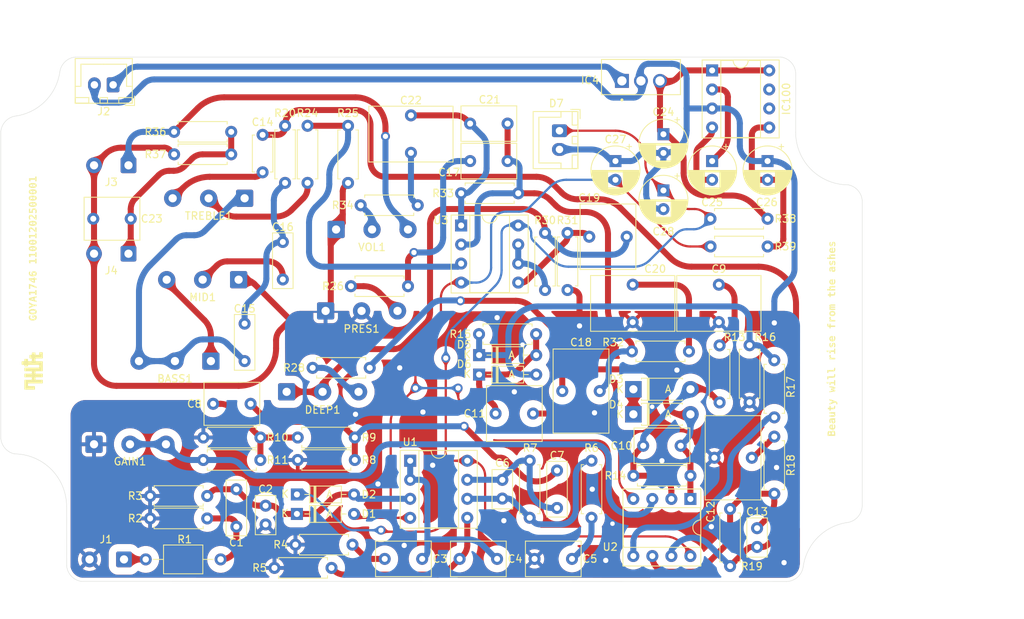
<source format=kicad_pcb>
(kicad_pcb (version 20240108) (generator "pcbnew") (generator_version "8.0")
  (title_block (title "Goya1746") (date "2025-01-25") (rev "1.1.0") (company "nnuutt") (comment 1 "2.2K 1/4W resistor should be soldered on +12V wire that leads to LED") (comment 2 "1N5817 Schottky diode should be soldered on + wire that leads to DC INPUT") (comment 3 "Electrolytic caps 1uF-10uF were replaced by film caps"))
  (layers (0 "F.Cu" signal) (31 "B.Cu" signal) (34 "B.Paste" user) (35 "F.Paste" user) (36 "B.SilkS" user "B.Silkscreen") (37 "F.SilkS" user "F.Silkscreen") (38 "B.Mask" user) (39 "F.Mask" user) (44 "Edge.Cuts" user))
  (net 0 "")
  (net 1 "Net-(BASS1-Pad1)")
  (net 2 "Net-(BASS1-Pad2)")
  (net 3 "Net-(D1-K)")
  (net 4 "Net-(C1-Pad1)")
  (net 5 "GND")
  (net 6 "Net-(U1A--)")
  (net 7 "Net-(U1B-+)")
  (net 8 "Net-(C3-Pad2)")
  (net 9 "Net-(U1B--)")
  (net 10 "Net-(C5-Pad1)")
  (net 11 "Net-(C6-Pad1)")
  (net 12 "Net-(C7-Pad1)")
  (net 13 "Net-(D4-A)")
  (net 14 "Net-(D3-A)")
  (net 15 "Net-(C9-Pad1)")
  (net 16 "Net-(D5-A)")
  (net 17 "Net-(C8-Pad1)")
  (net 18 "Net-(U2B--)")
  (net 19 "Net-(C12-Pad1)")
  (net 20 "Net-(C13-Pad1)")
  (net 21 "Net-(C14-Pad1)")
  (net 22 "Net-(C15-Pad2)")
  (net 23 "Net-(C16-Pad1)")
  (net 24 "Net-(U3A--)")
  (net 25 "Net-(C17-Pad2)")
  (net 26 "Net-(C18-Pad2)")
  (net 27 "Net-(J4-Pin_1)")
  (net 28 "Net-(C19-Pad1)")
  (net 29 "Net-(C20-Pad1)")
  (net 30 "Net-(U3B-+)")
  (net 31 "Net-(C21-Pad1)")
  (net 32 "Net-(C22-Pad2)")
  (net 33 "-12V")
  (net 34 "Net-(IC100-BOOST)")
  (net 35 "+12V")
  (net 36 "Net-(IC100-CAP+)")
  (net 37 "Net-(IC100-CAP-)")
  (net 38 "Net-(IC100-VOUT)")
  (net 39 "Net-(D3-K)")
  (net 40 "Net-(D5-K)")
  (net 41 "Net-(IC4-IN)")
  (net 42 "Net-(DEEP1-Pad3)")
  (net 43 "Net-(J1-Pin_1)")
  (net 44 "Net-(U2A-+)")
  (net 47 "Net-(J3-Pin_1)")
  (net 48 "Net-(PRES1-Pad3)")
  (net 49 "Net-(U2B-+)")
  (net 50 "Net-(U3A-+)")
  (net 51 "Net-(R24-Pad1)")
  (net 52 "Net-(R34-Pad2)")
  (net 53 "Net-(U3B--)")
  (footprint "Connector_Wire:SolderWire-0.5sqmm_1x03_P4.8mm_D0.9mm_OD2.3mm" (layer "F.Cu") (at 55.7 63.2 180)
    (property "Reference" "BASS1")
    (property "Value" "A1M")
  )
  (footprint "Capacitor_THT:CP_Radial_D6.3mm_P2.50mm" (layer "F.Cu") (at 116.1 40.417621 -90)
    (property "Reference" "C28")
    (property "Value" "47u")
  )
  (footprint "Resistor_THT:R_Axial_DIN0207_L6.3mm_D2.5mm_P7.62mm_Horizontal" (layer "F.Cu") (at 123.6 61.1 -90)
    (property "Reference" "R13")
    (property "Value" "10K")
  )
  (footprint "Resistor_THT:R_Axial_DIN0207_L6.3mm_D2.5mm_P7.62mm_Horizontal" (layer "F.Cu") (at 103.3 53.71 90)
    (property "Reference" "R31")
    (property "Value" "56K")
  )
  (footprint "Capacitor_THT:C_Disc_D5.0mm_W2.5mm_P2.50mm" (layer "F.Cu") (at 63 85 90)
    (property "Reference" "C2")
    (property "Value" "100p")
  )
  (footprint "Resistor_THT:R_Axial_DIN0207_L6.3mm_D2.5mm_P7.62mm_Horizontal" (layer "F.Cu") (at 50.79 35.6)
    (property "Reference" "R37")
    (property "Value" "100K")
  )
  (footprint "Package_DIP:DIP-8_W7.62mm_Socket" (layer "F.Cu") (at 122.6 24.4)
    (property "Reference" "IC100")
    (property "Value" "TC1044SCPA")
  )
  (footprint "Capacitor_THT:CP_Radial_D6.3mm_P2.50mm" (layer "F.Cu") (at 116.1 32.917621 -90)
    (property "Reference" "C24")
    (property "Value" "47u")
  )
  (footprint "Capacitor_THT:C_Rect_L7.2mm_W11.0mm_P5.00mm_FKS2_FKP2_MKS2_MKP2" (layer "F.Cu") (at 112 53 -90)
    (property "Reference" "C20")
    (property "Value" "10u")
  )
  (footprint "Resistor_THT:R_Axial_DIN0207_L6.3mm_D2.5mm_P7.62mm_Horizontal" (layer "F.Cu") (at 76.9 64.1 180)
    (property "Reference" "R28")
    (property "Value" "100R")
  )
  (footprint "Capacitor_THT:CP_Radial_D6.3mm_P2.50mm" (layer "F.Cu") (at 130 36.5 -90)
    (property "Reference" "C26")
    (property "Value" "47u")
  )
  (footprint "Resistor_THT:R_Axial_DIN0207_L6.3mm_D2.5mm_P7.62mm_Horizontal" (layer "F.Cu") (at 99.11 59.6 180)
    (property "Reference" "R15")
    (property "Value" "100K")
  )
  (footprint "LM2940CT12NOPB:TO254P1054X470X1955-3" (layer "F.Cu") (at 113.1 25.7975)
    (property "Reference" "IC4")
    (property "Value" "LM2940CT-12_NOPB")
  )
  (footprint "Inductor_THT:L_Axial_L5.0mm_D3.6mm_P10.00mm_Horizontal_Murata_BL01RN1A2A2" (layer "F.Cu") (at 47 89.666667)
    (property "Reference" "R1")
    (property "Value" "FerriteBead")
  )
  (footprint "Capacitor_THT:C_Disc_D4.7mm_W2.5mm_P5.00mm" (layer "F.Cu") (at 62.6 38 90)
    (property "Reference" "C14")
    (property "Value" "560p")
  )
  (footprint "Resistor_THT:R_Axial_DIN0207_L6.3mm_D2.5mm_P7.62mm_Horizontal" (layer "F.Cu") (at 122.38 44.2)
    (property "Reference" "R38")
    (property "Value" "10R")
  )
  (footprint "Capacitor_THT:C_Rect_L7.2mm_W4.5mm_P5.00mm_FKS2_FKP2_MKS2_MKP2" (layer "F.Cu") (at 103.9 89.6 180)
    (property "Reference" "C5")
    (property "Value" "1u")
  )
  (footprint "Capacitor_THT:C_Disc_D5.0mm_W2.5mm_P2.50mm" (layer "F.Cu") (at 128.6 88 90)
    (property "Reference" "C13")
    (property "Value" "100p")
  )
  (footprint "Connector_Wire:SolderWire-0.5sqmm_1x03_P4.8mm_D0.9mm_OD2.3mm" (layer "F.Cu") (at 71.01 56.5)
    (property "Reference" "PRES1")
    (property "Value" "C25K")
  )
  (footprint "Connector_JST:JST_XH_B2B-XH-A_1x02_P2.50mm_Vertical" (layer "F.Cu") (at 102.225 32.45 -90)
    (property "Reference" "D7")
    (property "Value" "LED 12V")
  )
  (footprint "Capacitor_THT:C_Rect_L7.2mm_W2.5mm_P5.00mm_FKS2_FKP2_MKS2_MKP2" (layer "F.Cu") (at 65.3 52.3 90)
    (property "Reference" "C16")
    (property "Value" "22n")
  )
  (footprint "Capacitor_THT:CP_Radial_D6.3mm_P2.50mm" (layer "F.Cu") (at 122.6 36.5 -90)
    (property "Reference" "C25")
    (property "Value" "47u")
  )
  (footprint "Capacitor_THT:C_Rect_L7.2mm_W2.5mm_P5.00mm_FKS2_FKP2_MKS2_MKP2" (layer "F.Cu") (at 60.2 63.2 90)
    (property "Reference" "C15")
    (property "Value" "22n")
  )
  (footprint "Capacitor_THT:C_Rect_L7.2mm_W4.5mm_P5.00mm_FKS2_FKP2_MKS2_MKP2" (layer "F.Cu") (at 90.3 31.5)
    (property "Reference" "C21")
    (property "Value" "1n")
  )
  (footprint "Resistor_THT:R_Axial_DIN0207_L6.3mm_D2.5mm_P7.62mm_Horizontal" (layer "F.Cu") (at 83.31 42.4 180)
    (property "Reference" "R34")
    (property "Value" "1K")
  )
  (footprint "Connector_Wire:SolderWire-0.5sqmm_1x03_P4.8mm_D0.9mm_OD2.3mm" (layer "F.Cu") (at 40.1 74.3)
    (property "Reference" "GAIN1")
    (property "Value" "A250K")
  )
  (footprint "Resistor_THT:R_Axial_DIN0207_L6.3mm_D2.5mm_P7.62mm_Horizontal" (layer "F.Cu") (at 50.79 32.6)
    (property "Reference" "R36")
    (property "Value" "150K")
  )
  (footprint "Resistor_THT:R_Axial_DIN0207_L6.3mm_D2.5mm_P7.62mm_Horizontal" (layer "F.Cu") (at 74.39 53.2)
    (property "Reference" "R26")
    (property "Value" "1K")
  )
  (footprint "Capacitor_THT:C_Rect_L7.2mm_W11.0mm_P5.00mm_FKS2_FKP2_MKS2_MKP2" (layer "F.Cu") (at 127.9 76.1 180)
    (property "Reference" "C12")
    (property "Value" "2u2")
  )
  (footprint "Connector_Wire:SolderWire-0.5sqmm_1x03_P4.8mm_D0.9mm_OD2.3mm" (layer "F.Cu") (at 65.81 67.3)
    (property "Reference" "DEEP1")
    (property "Value" "C25K")
  )
  (footprint "Resistor_THT:R_Axial_DIN0207_L6.3mm_D2.5mm_P7.62mm_Horizontal" (layer "F.Cu") (at 98.25 84.11 90)
    (property "Reference" "R7")
    (property "Value" "220K")
  )
  (footprint "Resistor_THT:R_Axial_DIN0207_L6.3mm_D2.5mm_P7.62mm_Horizontal" (layer "F.Cu") (at 122.39 47.9)
    (property "Reference" "R39")
    (property "Value" "10R")
  )
  (footprint "Connector_Wire:SolderWire-0.5sqmm_1x03_P4.8mm_D0.9mm_OD2.3mm" (layer "F.Cu") (at 72.41 45.633334)
    (property "Reference" "VOL1")
    (property "Value" "A10K")
  )
  (footprint "Capacitor_THT:C_Rect_L7.2mm_W11.0mm_P5.00mm_FKS2_FKP2_MKS2_MKP2" (layer "F.Cu") (at 82.4 30.4 -90)
    (property "Reference" "C22")
    (property "Value" "10u")
  )
  (footprint "Capacitor_THT:C_Rect_L7.2mm_W4.5mm_P5.00mm_FKS2_FKP2_MKS2_MKP2" (layer "F.Cu") (at 118.4 74.5 180)
    (property "Reference" "C10")
    (property "Value" "47p")
  )
  (footprint "Capacitor_THT:C_Rect_L7.2mm_W7.2mm_P5.00mm_FKS2_FKP2_MKS2_MKP2" (layer "F.Cu") (at 93.7 70.2)
    (property "Reference" "C11")
    (property "Value" "4n7")
  )
  (footprint "Resistor_THT:R_Axial_DIN0207_L6.3mm_D2.5mm_P7.62mm_Horizontal" (layer "F.Cu") (at 130.9 70.71 90)
    (property "Reference" "R17")
    (property "Value" "220K")
  )
  (footprint "Capacitor_THT:C_Rect_L7.2mm_W4.5mm_P5.00mm_FKS2_FKP2_MKS2_MKP2" (layer "F.Cu") (at 93.9 89.6 180)
    (property "Reference" "C4")
    (property "Value" "1u")
  )
  (footprint "Resistor_THT:R_Axial_DIN0207_L6.3mm_D2.5mm_P7.62mm_Horizontal" (layer "F.Cu") (at 74.91 76.4 180)
    (property "Reference" "R8")
    (property "Value" "470K")
  )
  (footprint "Resistor_THT:R_Axial_DIN0207_L6.3mm_D2.5mm_P7.62mm_Horizontal" (layer "F.Cu") (at 112.09 78.5)
    (property "Reference" "R14")
    (property "Value" "1M")
  )
  (footprint "Connector_Wire:SolderWire-0.5sqmm_1x02_P4.6mm_D0.9mm_OD2.1mm" (layer "F.Cu") (at 44.7 48.866667 180)
    (property "Reference" "J4")
    (property "Value" "GUITAR OUT")
  )
  (footprint "Resistor_THT:R_Axial_DIN0207_L6.3mm_D2.5mm_P7.62mm_Horizontal" (layer "F.Cu") (at 65.6 31.79 -90)
    (property "Reference" "R20")
    (property "Value" "39K")
  )
  (footprint "Capacitor_THT:C_Rect_L7.2mm_W2.5mm_P5.00mm_FKS2_FKP2_MKS2_MKP2" (layer "F.Cu") (at 101.9 77.8 -90)
    (property "Reference" "C7")
    (property "Value" "22n")
  )
  (footprint "Resistor_THT:R_Axial_DIN0207_L6.3mm_D2.5mm_P7.62mm_Horizontal" (layer "F.Cu") (at 55.21 81.2 180)
    (property "Reference" "R3")
    (property "Value" "1M")
  )
  (footprint "Connector_Wire:SolderWire-0.5sqmm_1x03_P4.8mm_D0.9mm_OD2.3mm" (layer "F.Cu") (at 60.2 41.466668 180)
    (property "Reference" "TREBLE1")
    (property "Value" "B250K")
  )
  (footprint "Capacitor_THT:C_Rect_L7.2mm_W11.0mm_P5.00mm_FKS2_FKP2_MKS2_MKP2" (layer "F.Cu") (at 107.6 67.2 180)
    (property "Reference" "C18")
    (property "Value" "2u2")
  )
  (footprint "LOGO" (layer "F.Cu") (at 31.85 64.516667 90)
    (property "Reference" "G***" (hide yes))
    (property "Value" "LOGO" (hide yes))
  )
  (footprint "Capacitor_THT:C_Rect_L7.2mm_W11.0mm_P5.00mm_FKS2_FKP2_MKS2_MKP2" (layer "F.Cu") (at 123.5 53 -90)
    (property "Reference" "C9")
    (property "Value" "2u2")
  )
  (footprint "Capacitor_THT:C_Rect_L7.2mm_W4.5mm_P5.00mm_FKS2_FKP2_MKS2_MKP2" (layer "F.Cu") (at 83.9 89.6 180)
    (property "Reference" "C3")
    (property "Value" "1u")
  )
  (footprint "Resistor_THT:R_Axial_DIN0207_L6.3mm_D2.5mm_P7.62mm_Horizontal" (layer "F.Cu") (at 68.6 39.41 90)
    (property "Reference" "R24")
    (property "Value" "1M5")
  )
  (footprint "Resistor_THT:R_Axial_DIN0207_L6.3mm_D2.5mm_P7.62mm_Horizontal" (layer "F.Cu") (at 125 90.56 90)
    (property "Reference" "R19")
    (property "Value" "220K")
  )
  (footprint "Connector_Wire:SolderWire-0.5sqmm_1x02_P4.6mm_D0.9mm_OD2.1mm" (layer "F.Cu") (at 44.7 37.066667 180)
    (property "Reference" "J3")
    (property "Value" "POWER OUT")
  )
  (footprint "Resistor_THT:R_Axial_DIN0207_L6.3mm_D2.5mm_P7.62mm_Horizontal" (layer "F.Cu") (at 89.1 40.8)
    (property "Reference" "R33")
    (property "Value" "10K")
  )
  (footprint "Capacitor_THT:CP_Radial_D6.3mm_P2.50mm" (layer "F.Cu") (at 109.7 36.5 -90)
    (property "Reference" "C27")
    (property "Value" "47u")
  )
  (footprint "Capacitor_THT:C_Rect_L7.2mm_W4.5mm_P5.00mm_FKS2_FKP2_MKS2_MKP2" (layer "F.Cu") (at 95.3 36.5 180)
    (property "Reference" "C17")
    (property "Value" "1u")
  )
  (footprint "Package_DIP:DIP-8_W7.62mm_Socket" (layer "F.Cu") (at 119.7 81.6 -90)
    (property "Reference" "U2")
    (property "Value" "TL072")
  )
  (footprint "Resistor_THT:R_Axial_DIN0207_L6.3mm_D2.5mm_P7.62mm_Horizontal" (layer "F.Cu") (at 62.3 76.4 180)
    (property "Reference" "R11")
    (property "Value" "220K")
  )
  (footprint "Resistor_THT:R_Axial_DIN0207_L6.3mm_D2.5mm_P7.62mm_Horizontal" (layer "F.Cu") (at 62.31 73.4 180)
    (property "Reference" "R10")
    (property "Value" "220K")
  )
  (footprint "Diode_THT:D_DO-41_SOD81_P7.62mm_Horizontal" (layer "F.Cu") (at 112.09 70.3)
    (property "Reference" "D4")
    (property "Value" "1N4734A")
  )
  (footprint "Package_DIP:DIP-8_W7.62mm_Socket" (layer "F.Cu") (at 82.3 76.5)
    (property "Reference" "U1")
    (property "Value" "OPA2134")
  )
  (footprint "Capacitor_THT:C_Disc_D5.0mm_W2.5mm_P2.50mm" (layer "F.Cu") (at 94.6 79.05 -90)
    (property "Reference" "C6")
    (property "Value" "100p")
  )
  (footprint "Resistor_THT:R_Axial_DIN0207_L6.3mm_D2.5mm_P7.62mm_Horizontal" (layer "F.Cu") (at 100.3 53.71 90)
    (property "Reference" "R30")
    (property "Value" "47R")
  )
  (footprint "Capacitor_THT:C_Rect_L7.2mm_W8.5mm_P5.00mm_FKP2_FKP2_MKS2_MKP2" (layer "F.Cu") (at 111.2 46.6 180)
    (property "Reference" "C19")
    (property "Value" "330n")
  )
  (footprint "Resistor_THT:R_Axial_DIN0207_L6.3mm_D2.5mm_P7.62mm_Horizontal" (layer "F.Cu") (at 71.8 90.8 180)
    (property "Reference" "R5")
    (property "Value" "100K")
  )
  (footprint "Resistor_THT:R_Axial_DIN0207_L6.3mm_D2.5mm_P7.62mm_Horizontal" (layer "F.Cu") (at 106.5 84.11 90)
    (property "Reference" "R6")
    (property "Value" "10K")
  )
  (footprint "Connector_Wire:SolderWire-0.5sqmm_1x03_P4.8mm_D0.9mm_OD2.3mm" (layer "F.Cu") (at 59.4 52.333334 180)
    (property "Reference" "MID1")
    (property "Value" "B25K")
  )
  (footprint "Resistor_THT:R_Axial_DIN0207_L6.3mm_D2.5mm_P7.62mm_Horizontal" (layer "F.Cu") (at 127.6 68.7 90)
    (property "Reference" "R16")
    (property "Value" "470K")
  )
  (footprint "Resistor_THT:R_Axial_DIN0207_L6.3mm_D2.5mm_P7.62mm_Horizontal" (layer "F.Cu") (at 130.9 80.9 90)
    (property "Reference" "R18")
    (property "Value" "10K")
  )
  (footprint "Resistor_THT:R_Axial_DIN0207_L6.3mm_D2.5mm_P7.62mm_Horizontal" (layer "F.Cu") (at 55.21 84.2 180)
    (property "Reference" "R2")
    (property "Value" "1M")
  )
  (footprint "Diode_THT:D_DO-35_SOD27_P7.62mm_Horizontal" (layer "F.Cu") (at 91.5 65)
    (property "Reference" "D6")
    (property "Value" "1N4148")
  )
  (footprint "Resistor_THT:R_Axial_DIN0207_L6.3mm_D2.5mm_P7.62mm_Horizontal" (layer "F.Cu") (at 111.89 61.9)
    (property "Reference" "R32")
    (property "Value" "4K7")
  )
  (footprint "Diode_THT:D_DO-41_SOD81_P7.62mm_Horizontal" (layer "F.Cu") (at 112.09 66.957064)
    (property "Reference" "D3")
    (property "Value" "1N4734A")
  )
  (footprint "Connector_JST:JST_XH_B2B-XH-A_1x02_P2.50mm_Vertical" (layer "F.Cu") (at 42.65 26.325 180)
    (property "Reference" "J2")
    (property "Value" "DC INPUT")
  )
  (footprint "Diode_THT:D_DO-35_SOD27_P7.62mm_Horizontal" (layer "F.Cu") (at 67.18 83.6)
    (property "Reference" "D1")
    (property "Value" "1N4148")
  )
  (footprint "Diode_THT:D_DO-35_SOD27_P7.62mm_Horizontal" (layer "F.Cu") (at 67.18 81)
    (property "Reference" "D2")
    (property "Value" "1N4148")
  )
  (footprint "Capacitor_THT:C_Rect_L7.2mm_W5.5mm_P5.00mm_FKS2_FKP2_MKS2_MKP2" (layer "F.Cu") (at 45 44.2 180)
    (property "Reference" "C23")
    (property "Value" "2n2")
  )
  (footprint "Resistor_THT:R_Axial_DIN0207_L6.3mm_D2.5mm_P7.62mm_Horizontal" (layer "F.Cu") (at 74.006666 39.42 90)
    (property "Reference" "R25")
    (property "Value" "100K")
  )
  (footprint "Capacitor_THT:C_Rect_L7.2mm_W2.5mm_P5.00mm_FKS2_FKP2_MKS2_MKP2" (layer "F.Cu") (at 59.1 85.3 90)
    (property "Reference" "C1")
    (property "Value" "22n")
  )
  (footprint "Capacitor_THT:C_Rect_L7.2mm_W5.5mm_P5.00mm_FKS2_FKP2_MKS2_MKP2" (layer "F.Cu") (at 56 68.9)
    (property "Reference" "C8")
    (property "Value" "2n2")
  )
  (footprint "Connector_Wire:SolderWire-0.5sqmm_1x02_P4.6mm_D0.9mm_OD2.1mm" (layer "F.Cu") (at 44.1 89.666667 180)
    (property "Reference" "J1")
    (property "Value" "GUITAR INPUT")
  )
  (footprint "Resistor_THT:R_Axial_DIN0207_L6.3mm_D2.5mm_P7.62mm_Horizontal" (layer "F.Cu") (at 74.6 87.7 180)
    (property "Reference" "R4")
    (property "Value" "100K")
  )
  (footprint "Resistor_THT:R_Axial_DIN0207_L6.3mm_D2.5mm_P7.62mm_Horizontal" (layer "F.Cu") (at 74.91 73.4 180)
    (property "Reference" "R9")
    (property "Value" "680K")
  )
  (footprint "Diode_THT:D_DO-35_SOD27_P7.62mm_Horizontal" (layer "F.Cu") (at 91.5 62.4)
    (property "Reference" "D5")
    (property "Value" "1N4148")
  )
  (footprint "Package_DIP:DIP-8_W7.62mm_Socket" (layer "F.Cu") (at 89.1 45.1)
    (property "Reference" "U3")
    (property "Value" "TL072")
  )
  (gr_arc (start 140.784165 39.675008) (mid 142.042189 40.392226) (end 142.627726 41.716667) (stroke (width 0.05)) (layer "Edge.Cuts"))
  (gr_line (start 38.398783 92.600933) (end 132.486727 92.616667) (stroke (width 0.05)) (layer "Edge.Cuts"))
  (gr_arc (start 29.50801 75.58389) (mid 28.250011 74.866662) (end 27.664449 73.542231) (stroke (width 0.05)) (layer "Edge.Cuts"))
  (gr_arc (start 38.398783 92.600933) (mid 37.057556 91.89047) (end 36.446273 90.501233) (stroke (width 0.05)) (layer "Edge.Cuts"))
  (gr_arc (start 27.663557 32.530701) (mid 28.340653 31.132805) (end 29.746851 30.473152) (stroke (width 0.05)) (layer "Edge.Cuts"))
  (gr_arc (start 134.753215 90.666199) (mid 133.980187 92.060018) (end 132.486727 92.616667) (stroke (width 0.05)) (layer "Edge.Cuts"))
  (gr_line (start 133.749451 32.650991) (end 133.753726 24.716368) (stroke (width 0.05)) (layer "Edge.Cuts"))
  (gr_arc (start 134.753215 90.666199) (mid 136.675762 86.755855) (end 140.548442 84.758496) (stroke (width 0.05)) (layer "Edge.Cuts"))
  (gr_line (start 37.6 22.616667) (end 131.801216 22.616667) (stroke (width 0.05)) (layer "Edge.Cuts"))
  (gr_line (start 36.440583 82.608349) (end 36.446273 90.501233) (stroke (width 0.05)) (layer "Edge.Cuts"))
  (gr_arc (start 35.542079 24.565449) (mid 36.237253 23.238588) (end 37.6 22.616667) (stroke (width 0.05)) (layer "Edge.Cuts"))
  (gr_arc (start 142.627726 82.475884) (mid 142.026727 84.016745) (end 140.548442 84.758496) (stroke (width 0.05)) (layer "Edge.Cuts"))
  (gr_arc (start 29.50801 75.58389) (mid 34.41558 77.67369) (end 36.440583 82.608349) (stroke (width 0.05)) (layer "Edge.Cuts"))
  (gr_arc (start 131.801216 22.616668) (mid 133.142455 23.327127) (end 133.753726 24.716368) (stroke (width 0.05)) (layer "Edge.Cuts"))
  (gr_arc (start 140.784165 39.675008) (mid 135.810498 37.621527) (end 133.749451 32.650991) (stroke (width 0.05)) (layer "Edge.Cuts"))
  (gr_arc (start 35.542078 24.565449) (mid 33.619539 28.475811) (end 29.746851 30.473152) (stroke (width 0.05)) (layer "Edge.Cuts"))
  (gr_line (start 27.663557 32.530701) (end 27.664449 73.542231) (stroke (width 0.05)) (layer "Edge.Cuts"))
  (gr_line (start 142.627726 82.475884) (end 142.627726 41.716667) (stroke (width 0.05)) (layer "Edge.Cuts"))
  (gr_text "GOYA1746 11001202500001" (at 32.6 57.866667 90) (layer "F.SilkS") (effects (font (size 1 1) (thickness 0.2) (bold yes)) (justify left bottom)))
  (gr_text "Beauty will rise from the ashes" (at 139.2 73.266667 90) (layer "F.SilkS") (effects (font (size 1 1) (thickness 0.2) (bold yes)) (justify left bottom)))
  (segment (start 49.8 52.333334) (end 49.8 52.7) (width 0.8) (layer "F.Cu") (net 1))
  (segment (start 49.8 52.7) (end 54.821321 57.721321) (width 0.8) (layer "F.Cu") (net 1))
  (segment (start 55.7 59.842641) (end 55.7 63.2) (width 0.8) (layer "F.Cu") (net 1))
  (arc (start 55.7 59.842641) (mid 55.471639 58.694591) (end 54.821321 57.721321) (width 0.8) (layer "F.Cu") (net 1))
  (segment (start 59.233332 41.466668) (end 60.2 41.466668) (width 0.8) (layer "B.Cu") (net 2))
  (segment (start 54.885787 45.814213) (end 59.233332 41.466668) (width 0.8) (layer "B.Cu") (net 2))
  (segment (start 54.628427 60.3) (end 56.471573 60.3) (width 0.8) (layer "B.Cu") (net 2))
  (segment (start 52.428427 46.4) (end 53.471573 46.4) (width 0.8) (layer "B.Cu") (net 2))
  (segment (start 50.9 63.2) (end 53.214214 60.885786) (width 0.8) (layer "B.Cu") (net 2))
  (segment (start 47.564466 50.435534) (end 51.014214 46.985786) (width 0.8) (layer "B.Cu") (net 2))
  (segment (start 46.1 63.2) (end 46.1 53.971068) (width 0.8) (layer "B.Cu") (net 2))
  (segment (start 57.885787 60.885787) (end 60.2 63.2) (width 0.8) (layer "B.Cu") (net 2))
  (segment (start 46.1 63.2) (end 50.9 63.2) (width 0.8) (layer "B.Cu") (net 2))
  (arc (start 56.471573 60.3) (mid 57.23694 60.452241) (end 57.885787 60.885787) (width 0.8) (layer "B.Cu") (net 2))
  (arc (start 54.628427 60.3) (mid 53.86306 60.452241) (end 53.214214 60.885786) (width 0.8) (layer "B.Cu") (net 2))
  (arc (start 54.885787 45.814213) (mid 54.23694 46.247759) (end 53.471573 46.4) (width 0.8) (layer "B.Cu") (net 2))
  (arc (start 46.1 53.971068) (mid 46.480602 52.057651) (end 47.564466 50.435534) (width 0.8) (layer "B.Cu") (net 2))
  (arc (start 52.428427 46.4) (mid 51.66306 46.552241) (end 51.014214 46.985786) (width 0.8) (layer "B.Cu") (net 2))
  (segment (start 55.817107 80.592893) (end 55.21 81.2) (width 0.8) (layer "F.Cu") (net 3))
  (segment (start 63 82.5) (end 62.128427 82.5) (width 0.8) (layer "F.Cu") (net 3))
  (segment (start 70.385787 83.014213) (end 71.814214 81.585786) (width 0.8) (layer "F.Cu") (net 3))
  (segment (start 73.228427 81) (end 74.8 81) (width 0.8) (layer "F.Cu") (net 3))
  (segment (start 59.1 80.3) (end 56.524214 80.3) (width 0.8) (layer "F.Cu") (net 3))
  (segment (start 63.717156 82.5) (end 63 82.5) (width 0.8) (layer "F.Cu") (net 3))
  (segment (start 60.714213 81.914213) (end 59.1 80.3) (width 0.8) (layer "F.Cu") (net 3))
  (segment (start 67.18 83.6) (end 65.645584 83.6) (width 0.8) (layer "F.Cu") (net 3))
  (segment (start 64.938477 83.307107) (end 64.424263 82.792893) (width 0.8) (layer "F.Cu") (net 3))
  (segment (start 67.18 83.6) (end 68.971573 83.6) (width 0.8) (layer "F.Cu") (net 3))
  (arc (start 71.814214 81.585786) (mid 72.46306 81.152241) (end 73.228427 81) (width 0.8) (layer "F.Cu") (net 3))
  (arc (start 64.424263 82.792893) (mid 64.09984 82.57612) (end 63.717156 82.5) (width 0.8) (layer "F.Cu") (net 3))
  (arc (start 55.817107 80.592893) (mid 56.14153 80.37612) (end 56.524214 80.3) (width 0.8) (layer "F.Cu") (net 3))
  (arc (start 68.971573 83.6) (mid 69.73694 83.447759) (end 70.385787 83.014213) (width 0.8) (layer "F.Cu") (net 3))
  (arc (start 64.938477 83.307107) (mid 65.2629 83.52388) (end 65.645584 83.6) (width 0.8) (layer "F.Cu") (net 3))
  (arc (start 62.128427 82.5) (mid 61.36306 82.347759) (end 60.714213 81.914213) (width 0.8) (layer "F.Cu") (net 3))
  (segment (start 74.8 81) (end 75.38 81.58) (width 0.8) (layer "B.Cu") (net 3))
  (segment (start 75.38 81.58) (end 82.3 81.58) (width 0.8) (layer "B.Cu") (net 3))
  (segment (start 59.1 85.3) (end 59.1 87.666667) (width 0.8) (layer "F.Cu") (net 4))
  (segment (start 55.21 84.2) (end 58.1 84.2) (width 0.8) (layer "F.Cu") (net 4))
  (segment (start 59.1 85.2) (end 59.1 85.3) (width 0.8) (layer "F.Cu") (net 4))
  (segment (start 57.1 89.666667) (end 57 89.666667) (width 0.8) (layer "F.Cu") (net 4))
  (arc (start 59.1 85.2) (mid 58.807107 84.492893) (end 58.1 84.2) (width 0.8) (layer "F.Cu") (net 4))
  (arc (start 57.1 89.666667) (mid 58.514214 89.080881) (end 59.1 87.666667) (width 0.8) (layer "F.Cu") (net 4))
  (segment (start 104.9 58.5) (end 104.9 54.71) (width 0.8) (layer "F.Cu") (net 5))
  (segment (start 72.41 45.633334) (end 73.3 44.743334) (width 0.8) (layer "F.Cu") (net 5))
  (segment (start 73.592893 39.833773) (end 74.006666 39.42) (width 0.8) (layer "F.Cu") (net 5))
  (segment (start 103.9 53.71) (end 103.3 53.71) (width 0.8) (layer "F.Cu") (net 5))
  (segment (start 40.1 37.066667) (end 41.571321 35.595346) (width 0.8) (layer "F.Cu") (net 5))
  (segment (start 60.104907 52.333334) (end 59.4 52.333334) (width 0.8) (layer "F.Cu") (net 5))
  (segment (start 40.1 48.866667) (end 40.1 63.5) (width 0.8) (layer "F.Cu") (net 5))
  (segment (start 73.3 44.743334) (end 73.3 40.54088) (width 0.8) (layer "F.Cu") (net 5))
  (segment (start 71.7 46.343334) (end 72.41 45.633334) (width 0.8) (layer "F.Cu") (net 5))
  (segment (start 50.19956 35.00956) (end 50.79 35.6) (width 0.8) (layer "F.Cu") (net 5))
  (segment (start 64.4 61.5) (end 64.4 60.428427) (width 0.8) (layer "F.Cu") (net 5))
  (segment (start 40.1 37.066667) (end 40.1 44.1) (width 0.8) (layer "F.Cu") (net 5))
  (segment (start 66.3 57.7) (end 61.51912 52.91912) (width 0.8) (layer "F.Cu") (net 5))
  (segment (start 43.1 66.5) (end 59.4 66.5) (width 0.8) (layer "F.Cu") (net 5))
  (segment (start 43.692641 34.716667) (end 49.492453 34.716667) (width 0.8) (layer "F.Cu") (net 5))
  (segment (start 40.1 44.1) (end 40 44.2) (width 0.8) (layer "F.Cu") (net 5))
  (segment (start 40.1 48.866667) (end 40.1 44.3) (width 0.8) (layer "F.Cu") (net 5))
  (segment (start 40.1 44.3) (end 40 44.2) (width 0.8) (layer "F.Cu") (net 5))
  (segment (start 71.01 56.5) (end 71.7 55.81) (width 0.8) (layer "F.Cu") (net 5))
  (segment (start 71.7 55.81) (end 71.7 46.343334) (width 0.8) (layer "F.Cu") (net 5))
  (segment (start 64.985787 59.014213) (end 66.3 57.7) (width 0.8) (layer "F.Cu") (net 5))
  (via (at 106.9 70.1) (size 1.2) (drill 0.7) (layers "F.Cu" "B.Cu") (net 5))
  (via (at 81.5 87.8) (size 1.2) (drill 0.7) (layers "F.Cu" "B.Cu") (net 5))
  (via (at 108.4 89.8) (size 1.2) (drill 0.7) (layers "F.Cu" "B.Cu") (net 5))
  (via (at 131.2 77.4) (size 1.2) (drill 0.7) (layers "F.Cu" "B.Cu") (net 5))
  (via (at 75 70.3) (size 1.2) (drill 0.7) (layers "F.Cu" "B.Cu") (net 5))
  (via (at 114.6 69.3) (size 1) (drill 0.6) (layers "F.Cu" "B.Cu") (net 5))
  (via (at 94.8 84.5) (size 1.2) (drill 0.7) (layers "F.Cu" "B.Cu") (net 5))
  (via (at 97.3 61) (size 1) (drill 0.6) (layers "F.Cu" "B.Cu") (net 5))
  (via (at 132.2 90.1) (size 1.2) (drill 0.7) (layers "F.Cu" "B.Cu") (net 5))
  (via (at 106.6 80.3) (size 1.2) (drill 0.7) (layers "F.Cu" "B.Cu") (net 5))
  (via (at 84 70) (size 1.2) (drill 0.7) (layers "F.Cu" "B.Cu") (net 5))
  (via (at 122.5 85.3) (size 1.2) (drill 0.7) (layers "F.Cu" "B.Cu") (net 5))
  (via (at 93.9 57.4) (size 1.2) (drill 0.7) (layers "F.Cu" "B.Cu") (net 5))
  (via (at 109.3 84.9) (size 1) (drill 0.6) (layers "F.Cu" "B.Cu") (net 5))
  (via (at 117.9 64.4) (size 1.2) (drill 0.7) (layers "F.Cu" "B.Cu") (net 5))
  (via (at 130.9 58.1) (size 1.2) (drill 0.7) (layers "F.Cu" "B.Cu") (net 5))
  (via (at 80.9 64.1) (size 1.2) (drill 0.7) (layers "F.Cu" "B.Cu") (net 5))
  (via (at 104.9 58.5) (size 1.2) (drill 0.7) (layers "F.Cu" "B.Cu") (net 5))
  (via (at 85.3 77.1) (size 1.2) (drill 0.7) (layers "F.Cu" "B.Cu") (net 5))
  (via (at 96.2 67.3) (size 1.2) (drill 0.7) (layers "F.Cu" "B.Cu") (net 5))
  (via (at 78 79.6) (size 1.2) (drill 0.7) (layers "F.Cu" "B.Cu") (net 5))
  (via (at 115.9 76.5) (size 1.2) (drill 0.7) (layers "F.Cu" "B.Cu") (net 5))
  (arc (start 73.592893 39.833773) (mid 73.37612 40.158196) (end 73.3 40.54088) (width 0.8) (layer "F.Cu") (net 5))
  (arc (start 64.4 61.5) (mid 62.935534 65.035534) (end 59.4 66.5) (width 0.8) (layer "F.Cu") (net 5))
  (arc (start 40.1 63.5) (mid 40.97868 65.62132) (end 43.1 66.5) (width 0.8) (layer "F.Cu") (net 5))
  (arc (start 64.4 60.428427) (mid 64.552241 59.66306) (end 64.985787 59.014213) (width 0.8) (layer "F.Cu") (net 5))
  (arc (start 43.692641 34.716667) (mid 42.544591 34.945028) (end 41.571321 35.595346) (width 0.8) (layer "F.Cu") (net 5))
  (arc (start 49.492453 34.716667) (mid 49.875136 34.792787) (end 50.19956 35.00956) (width 0.8) (layer "F.Cu") (net 5))
  (arc (start 104.9 54.71) (mid 104.607107 54.002893) (end 103.9 53.71) (width 0.8) (layer "F.Cu") (net 5))
  (arc (start 61.51912 52.91912) (mid 60.870274 52.485575) (end 60.104907 52.333334) (width 0.8) (layer "F.Cu") (net 5))
  (segment (start 108.734607 27.734607) (end 106.892893 25.892893) (width 0.8) (layer "B.Cu") (net 5))
  (segment (start 122.6 29.48) (end 124.3 29.48) (width 0.8) (layer "B.Cu") (net 5))
  (segment (start 119.2 29.48) (end 119.2 32.417621) (width 0.8) (layer "B.Cu") (net 5))
  (segment (start 116.2 35.417621) (end 116.1 35.417621) (width 0.8) (layer "B.Cu") (net 5))
  (segment (start 75.8 56.49) (end 75.81 56.5) (width 1) (layer "B.Cu") (net 5))
  (segment (start 115.807107 36.892893) (end 114.385786 38.314214) (width 0.8) (layer "B.Cu") (net 5))
  (segment (start 113.1 25.7975) (end 113.1 27.0275) (width 0.8) (layer "B.Cu") (net 5))
  (segment (start 112.1 28.0275) (end 109.441714 28.0275) (width 0.8) (layer "B.Cu") (net 5))
  (segment (start 106.185786 25.6) (end 48.128427 25.6) (width 0.8) (layer "B.Cu") (net 5))
  (segment (start 109.2 36.5) (end 108.528679 35.828679) (width 0.8) (layer "B.Cu") (net 5))
  (segment (start 112.889486 35.710514) (end 112.392893 36.207107) (width 0.8) (layer "B.Cu") (net 5))
  (segment (start 113.1 25.7975) (end 113.1 24.516667) (width 0.8) (layer "B.Cu") (net 5))
  (segment (start 119.2 25.516667) (end 119.2 29.48) (width 0.8) (layer "B.Cu") (net 5))
  (segment (start 126.3 31.48) (end 126.3 34.5) (width 0.8) (layer "B.Cu") (net 5))
  (segment (start 40.15 27.7) (end 40.15 26.325) (width 0.8) (layer "B.Cu") (net 5))
  (segment (start 115.8 42.917621) (end 116.1 42.917621) (width 0.8) (layer "B.Cu") (net 5))
  (segment (start 116.1 35.417621) (end 113.596593 35.417621) (width 0.8) (layer "B.Cu") (net 5))
  (segment (start 109.7 36.5) (end 109.2 36.5) (width 0.8) (layer "B.Cu") (net 5))
  (segment (start 46.714214 26.185786) (end 44.785787 28.114213) (width 0.8) (layer "B.Cu") (net 5))
  (segment (start 130 36.5) (end 130.6 36.5) (width 0.8) (layer "B.Cu") (net 5))
  (segment (start 111.685786 36.5) (end 109.7 36.5) (width 0.8) (layer "B.Cu") (net 5))
  (segment (start 119.2 29.48) (end 122.6 29.48) (width 0.8) (layer "B.Cu") (net 5))
  (segment (start 128.3 36.5) (end 130 36.5) (width 0.8) (layer "B.Cu") (net 5))
  (segment (start 130.9 55.228427) (end 130.9 58.1) (width 0.8) (layer "B.Cu") (net 5))
  (segment (start 133.6 39.5) (end 133.6 50.871573) (width 0.8) (layer "B.Cu") (net 5))
  (segment (start 106.407359 34.95) (end 102.225 34.95) (width 0.8) (layer "B.Cu") (net 5))
  (segment (start 133.014213 52.285787) (end 131.485786 53.814214) (width 0.8) (layer "B.Cu") (net 5))
  (segment (start 116.1 35.417621) (end 116.1 36.185786) (width 0.8) (layer "B.Cu") (net 5))
  (segment (start 113.8 39.728427) (end 113.8 40.917621) (width 0.8) (layer "B.Cu") (net 5))
  (segment (start 43.371573 28.7) (end 41.15 28.7) (width 0.8) (layer "B.Cu") (net 5))
  (segment (start 114.1 23.516667) (end 117.2 23.516667) (width 0.8) (layer "B.Cu") (net 5))
  (arc (start 131.485786 53.814214) (mid 131.052241 54.46306) (end 130.9 55.228427) (width 0.8) (layer "B.Cu") (net 5))
  (arc (start 108.528679 35.828679) (mid 107.555409 35.178361) (end 106.407359 34.95) (width 0.8) (layer "B.Cu") (net 5))
  (arc (start 114.385786 38.314214) (mid 113.952241 38.96306) (end 113.8 39.728427) (width 0.8) (layer "B.Cu") (net 5))
  (arc (start 40.15 27.7) (mid 40.442893 28.407107) (end 41.15 28.7) (width 0.8) (layer "B.Cu") (net 5))
  (arc (start 113.1 24.516667) (mid 113.392893 23.80956) (end 114.1 23.516667) (width 0.8) (layer "B.Cu") (net 5))
  (arc (start 113.1 27.0275) (mid 112.807107 27.734607) (end 112.1 28.0275) (width 0.8) (layer "B.Cu") (net 5))
  (arc (start 48.128427 25.6) (mid 47.36306 25.752241) (end 46.714214 26.185786) (width 0.8) (layer "B.Cu") (net 5))
  (arc (start 44.785787 28.114213) (mid 44.13694 28.547759) (end 43.371573 28.7) (width 0.8) (layer "B.Cu") (net 5))
  (arc (start 133.6 50.871573) (mid 133.447759 51.63694) (end 133.014213 52.285787) (width 0.8) (layer "B.Cu") (net 5))
  (arc (start 106.892893 25.892893) (mid 106.568469 25.67612) (end 106.185786 25.6) (width 0.8) (layer "B.Cu") (net 5))
  (arc (start 109.441714 28.0275) (mid 109.05903 27.95138) (end 108.734607 27.734607) (width 0.8) (layer "B.Cu") (net 5))
  (arc (start 111.685786 36.5) (mid 112.068469 36.42388) (end 112.392893 36.207107) (width 0.8) (layer "B.Cu") (net 5))
  (arc (start 133.6 39.5) (mid 132.72132 37.37868) (end 130.6 36.5) (width 0.8) (layer "B.Cu") (net 5))
  (arc (start 119.2 25.516667) (mid 118.614214 24.102453) (end 117.2 23.516667) (width 0.8) (layer "B.Cu") (net 5))
  (arc (start 113.596593 35.417621) (mid 113.21391 35.493741) (end 112.889486 35.710514) (width 0.8) (layer "B.Cu") (net 5))
  (arc (start 115.8 42.917621) (mid 114.385786 42.331835) (end 113.8 40.917621) (width 0.8) (layer "B.Cu") (net 5))
  (arc (start 126.3 34.5) (mid 126.885786 35.914214) (end 128.3 36.5) (width 0.8) (layer "B.Cu") (net 5))
  (arc (start 124.3 29.48) (mid 125.714214 30.065786) (end 126.3 31.48) (width 0.8) (layer "B.Cu") (net 5))
  (arc (start 115.807107 36.892893) (mid 116.02388 36.56847) (end 116.1 36.185786) (width 0.8) (layer "B.Cu") (net 5))
  (arc (start 119.2 32.417621) (mid 118.32132 34.538941) (end 116.2 35.417621) (width 0.8) (layer "B.Cu") (net 5))
  (segment (start 89.957359 87) (end 84.6 87) (width 0.8) (layer "B.Cu") (net 6))
  (segment (start 82.3 79.04) (end 83.6 79.04) (width 0.8) (layer "B.Cu") (net 6))
  (segment (start 82.3 76.5) (end 82.3 79.04) (width 0.8) (layer "B.Cu") (net 6))
  (segment (start 84.6 80.04) (end 84.6 87) (width 0.8) (layer "B.Cu") (net 6))
  (segment (start 84.6 87) (end 84.6 88.585786) (width 0.8) (layer "B.Cu") (net 6))
  (segment (start 93.9 89.7) (end 92.078679 87.878679) (width 0.8) (layer "B.Cu") (net 6))
  (segment (start 84.307107 89.292893) (end 83.9 89.7) (width 0.8) (layer "B.Cu") (net 6))
  (arc (start 89.957359 87) (mid 91.105409 87.228361) (end 92.078679 87.878679) (width 0.8) (layer "B.Cu") (net 6))
  (arc (start 84.307107 89.292893) (mid 84.52388 88.96847) (end 84.6 88.585786) (width 0.8) (layer "B.Cu") (net 6))
  (arc (start 83.6 79.04) (mid 84.307107 79.332893) (end 84.6 80.04) (width 0.8) (layer "B.Cu") (net 6))
  (segment (start 72.114213 91.114213) (end 71.8 90.8) (width 0.8) (layer "F.Cu") (net 7))
  (segment (start 85.971573 91.7) (end 73.528427 91.7) (width 0.8) (layer "F.Cu") (net 7))
  (segment (start 88.9 89.6) (end 87.385786 91.114214) (width 0.8) (layer "F.Cu") (net 7))
  (segment (start 89.334213 89.165787) (end 88.9 89.6) (width 0.8) (layer "F.Cu") (net 7))
  (segment (start 89.92 84.12) (end 89.92 87.751573) (width 0.8) (layer "F.Cu") (net 7))
  (arc (start 85.971573 91.7) (mid 86.73694 91.547759) (end 87.385786 91.114214) (width 0.8) (layer "F.Cu") (net 7))
  (arc (start 89.92 87.751573) (mid 89.767759 88.51694) (end 89.334213 89.165787) (width 0.8) (layer "F.Cu") (net 7))
  (arc (start 73.528427 91.7) (mid 72.76306 91.547759) (end 72.114213 91.114213) (width 0.8) (layer "F.Cu") (net 7))
  (segment (start 75.914213 89.014213) (end 74.6 87.7) (width 0.8) (layer "F.Cu") (net 8))
  (segment (start 78.9 89.6) (end 77.328427 89.6) (width 0.8) (layer "F.Cu") (net 8))
  (arc (start 75.914213 89.014213) (mid 76.56306 89.447759) (end 77.328427 89.6) (width 0.8) (layer "F.Cu") (net 8))
  (segment (start 89.92 81.58) (end 94.57 81.58) (width 0.8) (layer "B.Cu") (net 9))
  (segment (start 95.982893 81.842893) (end 98.25 84.11) (width 0.8) (layer "B.Cu") (net 9))
  (segment (start 94.6 81.55) (end 95.275786 81.55) (width 0.8) (layer "B.Cu") (net 9))
  (segment (start 99.534063 84.979849) (end 102.4 84.979849) (width 0.8) (layer "B.Cu") (net 9))
  (segment (start 104.4 82.979849) (end 104.4 78.49) (width 0.8) (layer "B.Cu") (net 9))
  (segment (start 98.25 84.11) (end 98.826956 84.686956) (width 0.8) (layer "B.Cu") (net 9))
  (segment (start 94.57 81.58) (end 94.6 81.55) (width 0.8) (layer "B.Cu") (net 9))
  (segment (start 106.4 76.49) (end 106.5 76.49) (width 0.8) (layer "B.Cu") (net 9))
  (arc (start 104.4 78.49) (mid 104.985786 77.075786) (end 106.4 76.49) (width 0.8) (layer "B.Cu") (net 9))
  (arc (start 102.4 84.979849) (mid 103.814214 84.394063) (end 104.4 82.979849) (width 0.8) (layer "B.Cu") (net 9))
  (arc (start 95.982893 81.842893) (mid 95.65847 81.62612) (end 95.275786 81.55) (width 0.8) (layer "B.Cu") (net 9))
  (arc (start 98.826956 84.686956) (mid 99.15138 84.903729) (end 99.534063 84.979849) (width 0.8) (layer "B.Cu") (net 9))
  (segment (start 106.5 84.11) (end 106.5 85.857359) (width 0.8) (layer "B.Cu") (net 10))
  (segment (start 105.62132 87.97868) (end 103.9 89.7) (width 0.8) (layer "B.Cu") (net 10))
  (arc (start 106.5 85.857359) (mid 106.271638 87.00541) (end 105.62132 87.97868) (width 0.8) (layer "B.Cu") (net 10))
  (segment (start 94.6 79.05) (end 94.6 78.8) (width 0.8) (layer "B.Cu") (net 11))
  (segment (start 98.25 76.49) (end 98.25 79.8) (width 0.8) (layer "B.Cu") (net 11))
  (segment (start 89.92 79.04) (end 94.59 79.04) (width 0.8) (layer "B.Cu") (net 11))
  (segment (start 101.25 82.8) (end 101.9 82.8) (width 0.8) (layer "B.Cu") (net 11))
  (segment (start 94.59 79.04) (end 94.6 79.05) (width 0.8) (layer "B.Cu") (net 11))
  (segment (start 94.6 78.8) (end 96.617107 76.782893) (width 0.8) (layer "B.Cu") (net 11))
  (segment (start 97.324214 76.49) (end 98.25 76.49) (width 0.8) (layer "B.Cu") (net 11))
  (arc (start 98.25 79.8) (mid 99.12868 81.92132) (end 101.25 82.8) (width 0.8) (layer "B.Cu") (net 11))
  (arc (start 96.617107 76.782893) (mid 96.94153 76.56612) (end 97.324214 76.49) (width 0.8) (layer "B.Cu") (net 11))
  (segment (start 74.91 76.4) (end 74.91 73.4) (width 0.8) (layer "F.Cu") (net 12))
  (segment (start 93.407107 75.807107) (end 89.5 71.9) (width 0.8) (layer "F.Cu") (net 12))
  (segment (start 73.68868 72.17868) (end 74.91 73.4) (width 0.8) (layer "F.Cu") (net 12))
  (segment (start 64.642641 71.3) (end 71.567359 71.3) (width 0.8) (layer "F.Cu") (net 12))
  (segment (start 61 68.9) (end 62.521321 70.421321) (width 0.8) (layer "F.Cu") (net 12))
  (segment (start 94.385786 76.1) (end 94.114214 76.1) (width 0.8) (layer "F.Cu") (net 12))
  (segment (start 97.078679 78.378679) (end 95.092893 76.392893) (width 0.8) (layer "F.Cu") (net 12))
  (segment (start 101.9 77.8) (end 101.32132 78.37868) (width 0.8) (layer "F.Cu") (net 12))
  (via (at 89.5 71.9) (size 1.2) (drill 0.7) (layers "F.Cu" "B.Cu") (net 12))
  (arc (start 64.642641 71.3) (mid 63.494591 71.071639) (end 62.521321 70.421321) (width 0.8) (layer "F.Cu") (net 12))
  (arc (start 71.567359 71.3) (mid 72.71541 71.528362) (end 73.68868 72.17868) (width 0.8) (layer "F.Cu") (net 12))
  (arc (start 95.092893 76.392893) (mid 94.76847 76.17612) (end 94.385786 76.1) (width 0.8) (layer "F.Cu") (net 12))
  (arc (start 94.114214 76.1) (mid 93.73153 76.02388) (end 93.407107 75.807107) (width 0.8) (layer "F.Cu") (net 12))
  (arc (start 101.32132 78.37868) (mid 99.199999 79.257359) (end 97.078679 78.378679) (width 0.8) (layer "F.Cu") (net 12))
  (segment (start 75.824213 72.485787) (end 74.91 73.4) (width 0.8) (layer "B.Cu") (net 12))
  (segment (start 89.5 71.9) (end 77.238427 71.9) (width 0.8) (layer "B.Cu") (net 12))
  (arc (start 75.824213 72.485787) (mid 76.47306 72.052241) (end 77.238427 71.9) (width 0.8) (layer "B.Cu") (net 12))
  (segment (start 119.124213 75.224213) (end 118.4 74.5) (width 0.8) (layer "F.Cu") (net 13))
  (segment (start 103 70.2) (end 98.7 70.2) (width 0.8) (layer "F.Cu") (net 13))
  (segment (start 119.71 70.3) (end 118.4 70.3) (width 0.8) (layer "F.Cu") (net 13))
  (segment (start 114.4 64.3) (end 107 64.3) (width 0.8) (layer "F.Cu") (net 13))
  (segment (start 119.7 78.51) (end 119.71 78.5) (width 0.8) (layer "F.Cu") (net 13))
  (segment (start 105 66.3) (end 105 68.2) (width 0.8) (layer "F.Cu") (net 13))
  (segment (start 119.71 78.5) (end 119.71 76.638427) (width 0.8) (layer "F.Cu") (net 13))
  (segment (start 119.7 81.6) (end 119.7 78.51) (width 0.8) (layer "F.Cu") (net 13))
  (segment (start 116.4 68.3) (end 116.4 66.3) (width 0.8) (layer "F.Cu") (net 13))
  (arc (start 119.71 76.638427) (mid 119.557759 75.87306) (end 119.124213 75.224213) (width 0.8) (layer "F.Cu") (net 13))
  (arc (start 116.4 68.3) (mid 116.985786 69.714214) (end 118.4 70.3) (width 0.8) (layer "F.Cu") (net 13))
  (arc (start 107 64.3) (mid 105.585786 64.885786) (end 105 66.3) (width 0.8) (layer "F.Cu") (net 13))
  (arc (start 105 68.2) (mid 104.414214 69.614214) (end 103 70.2) (width 0.8) (layer "F.Cu") (net 13))
  (arc (start 116.4 66.3) (mid 115.814214 64.885786) (end 114.4 64.3) (width 0.8) (layer "F.Cu") (net 13))
  (segment (start 119.71 70.3) (end 119.71 72.361573) (width 0.8) (layer "B.Cu") (net 13))
  (segment (start 119.124213 73.775787) (end 118.4 74.5) (width 0.8) (layer "B.Cu") (net 13))
  (arc (start 119.71 72.361573) (mid 119.557759 73.12694) (end 119.124213 73.775787) (width 0.8) (layer "B.Cu") (net 13))
  (segment (start 119.71 66.957064) (end 121.008637 66.957064) (width 0.8) (layer "F.Cu") (net 14))
  (segment (start 112.09 78.5) (end 112.09 76.638427) (width 0.8) (layer "F.Cu") (net 14))
  (segment (start 115.16 78.5) (end 112.09 78.5) (width 0.8) (layer "F.Cu") (net 14))
  (segment (start 122.422851 67.542851) (end 123.6 68.72) (width 0.8) (layer "F.Cu") (net 14))
  (segment (start 117.16 81.6) (end 117.16 80.5) (width 0.8) (layer "F.Cu") (net 14))
  (segment (start 112.675787 75.224213) (end 113.4 74.5) (width 0.8) (layer "F.Cu") (net 14))
  (arc (start 115.16 78.5) (mid 116.574214 79.085786) (end 117.16 80.5) (width 0.8) (layer "F.Cu") (net 14))
  (arc (start 112.09 76.638427) (mid 112.242241 75.87306) (end 112.675787 75.224213) (width 0.8) (layer "F.Cu") (net 14))
  (arc (start 121.008637 66.957064) (mid 121.774004 67.109305) (end 122.422851 67.542851) (width 0.8) (layer "F.Cu") (net 14))
  (segment (start 119.658823 66.957064) (end 119.71 66.957064) (width 0.8) (layer "B.Cu") (net 14))
  (segment (start 113.4 74.5) (end 113.4 73.630101) (width 0.8) (layer "B.Cu") (net 14))
  (segment (start 113.692893 72.922994) (end 119.658823 66.957064) (width 0.8) (layer "B.Cu") (net 14))
  (arc (start 113.692893 72.922994) (mid 113.47612 73.247417) (end 113.4 73.630101) (width 0.8) (layer "B.Cu") (net 14))
  (segment (start 125.6 55) (end 125.6 58.271573) (width 0.8) (layer "F.Cu") (net 15))
  (segment (start 123.5 53) (end 123.6 53) (width 0.8) (layer "F.Cu") (net 15))
  (segment (start 125.014213 59.685787) (end 123.6 61.1) (width 0.8) (layer "F.Cu") (net 15))
  (arc (start 123.6 53) (mid 125.014214 53.585786) (end 125.6 55) (width 0.8) (layer "F.Cu") (net 15))
  (arc (start 125.6 58.271573) (mid 125.447759 59.03694) (end 125.014213 59.685787) (width 0.8) (layer "F.Cu") (net 15))
  (segment (start 99.11 62.39) (end 99.12 62.4) (width 0.8) (layer "F.Cu") (net 16))
  (segment (start 91.5 66.271573) (end 91.5 65) (width 0.8) (layer "F.Cu") (net 16))
  (segment (start 94.857359 65) (end 91.5 65) (width 0.8) (layer "F.Cu") (net 16))
  (segment (start 93.407107 69.007107) (end 92.085786 67.685786) (width 0.8) (layer "F.Cu") (net 16))
  (segment (start 99.11 59.6) (end 99.11 62.39) (width 0.8) (layer "F.Cu") (net 16))
  (segment (start 99.12 62.4) (end 98.7 62.4) (width 0.8) (layer "F.Cu") (net 16))
  (segment (start 93.7 70.2) (end 93.7 69.714214) (width 0.8) (layer "F.Cu") (net 16))
  (segment (start 98.7 62.4) (end 96.978679 64.121321) (width 0.8) (layer "F.Cu") (net 16))
  (arc (start 94.857359 65) (mid 96.005409 64.771639) (end 96.978679 64.121321) (width 0.8) (layer "F.Cu") (net 16))
  (arc (start 92.085786 67.685786) (mid 91.652241 67.03694) (end 91.5 66.271573) (width 0.8) (layer "F.Cu") (net 16))
  (arc (start 93.407107 69.007107) (mid 93.62388 69.33153) (end 93.7 69.714214) (width 0.8) (layer "F.Cu") (net 16))
  (segment (start 58.395787 69.485787) (end 62.31 73.4) (width 0.8) (layer "F.Cu") (net 17))
  (segment (start 62.31 73.4) (end 67.29 73.4) (width 0.8) (layer "F.Cu") (net 17))
  (segment (start 62.31 76.39) (end 62.3 76.4) (width 0.8) (layer "F.Cu") (net 17))
  (segment (start 62.31 73.4) (end 62.31 76.39) (width 0.8) (layer "F.Cu") (net 17))
  (segment (start 56 68.9) (end 56.981573 68.9) (width 0.8) (layer "F.Cu") (net 17))
  (arc (start 58.395787 69.485787) (mid 57.74694 69.052241) (end 56.981573 68.9) (width 0.8) (layer "F.Cu") (net 17))
  (segment (start 130.02132 84.07868) (end 128.6 85.5) (width 0.8) (layer "F.Cu") (net 18))
  (segment (start 126.16132 81.77868) (end 125 82.94) (width 0.8) (layer "F.Cu") (net 18))
  (segment (start 114.62 89.22) (end 114.62 89.32) (width 0.8) (layer "F.Cu") (net 18))
  (segment (start 125 85.957359) (end 125 82.94) (width 0.8) (layer "F.Cu") (net 18))
  (segment (start 130.9 80.9) (end 130.9 81.957359) (width 0.8) (layer "F.Cu") (net 18))
  (segment (start 121.465787 90.734213) (end 124.121321 88.078679) (width 0.8) (layer "F.Cu") (net 18))
  (segment (start 130.9 80.9) (end 128.282641 80.9) (width 0.8) (layer "F.Cu") (net 18))
  (segment (start 116.62 91.32) (end 120.051573 91.32) (width 0.8) (layer "F.Cu") (net 18))
  (arc (start 130.02132 84.07868) (mid 130.671639 83.10541) (end 130.9 81.957359) (width 0.8) (layer "F.Cu") (net 18))
  (arc (start 126.16132 81.77868) (mid 127.13459 81.128361) (end 128.282641 80.9) (width 0.8) (layer "F.Cu") (net 18))
  (arc (start 114.62 89.32) (mid 115.205786 90.734214) (end 116.62 91.32) (width 0.8) (layer "F.Cu") (net 18))
  (arc (start 120.051573 91.32) (mid 120.81694 91.167759) (end 121.465787 90.734213) (width 0.8) (layer "F.Cu") (net 18))
  (arc (start 125 85.957359) (mid 124.771639 87.105409) (end 124.121321 88.078679) (width 0.8) (layer "F.Cu") (net 18))
  (segment (start 127.9 76.1) (end 128.08 76.1) (width 0.8) (layer "F.Cu") (net 19))
  (segment (start 128.08 76.1) (end 130.9 73.28) (width 0.8) (layer "F.Cu") (net 19))
  (segment (start 130.024263 87.707107) (end 132.335534 85.395836) (width 0.8) (layer "F.Cu") (net 20))
  (segment (start 99.157359 38.6) (end 79 38.6) (width 0.8) (layer "F.Cu") (net 20))
  (segment (start 102.52132 40.72132) (end 101.278679 39.478679) (width 0.8) (layer "F.Cu") (net 20))
  (segment (start 133.8 81.860302) (end 133.8 55.6) (width 0.8) (layer "F.Cu") (net 20))
  (segment (start 128.6 88) (end 127.974214 88) (width 0.8) (layer "F.Cu") (net 20))
  (segment (start 127.267107 88.292893) (end 125 90.56) (width 0.8) (layer "F.Cu") (net 20))
  (segment (start 62.6 33) (end 64.6 33) (width 0.8) (layer "F.Cu") (net 20))
  (segment (start 77 36.6) (end 77 31.69) (width 0.8) (layer "F.Cu") (net 20))
  (segment (start 65.6 31.69) (end 65.6 31.79) (width 0.8) (layer "F.Cu") (net 20))
  (segment (start 65.6 32) (end 65.6 31.79) (width 0.8) (layer "F.Cu") (net 20))
  (segment (start 75 29.69) (end 67.6 29.69) (width 0.8) (layer "F.Cu") (net 20))
  (segment (start 128.8 50.6) (end 119.856854 50.6) (width 0.8) (layer "F.Cu") (net 20))
  (segment (start 128.6 88) (end 129.317156 88) (width 0.8) (layer "F.Cu") (net 20))
  (segment (start 117.028427 49.428427) (end 110.371573 42.771573) (width 0.8) (layer "F.Cu") (net 20))
  (segment (start 107.543146 41.6) (end 104.642641 41.6) (width 0.8) (layer "F.Cu") (net 20))
  (arc (start 128.8 50.6) (mid 132.335534 52.064466) (end 133.8 55.6) (width 0.8) (layer "F.Cu") (net 20))
  (arc (start 101.278679 39.478679) (mid 100.305409 38.828361) (end 99.157359 38.6) (width 0.8) (layer "F.Cu") (net 20))
  (arc (start 65.6 32) (mid 65.307107 32.707107) (end 64.6 33) (width 0.8) (layer "F.Cu") (net 20))
  (arc (start 77 31.69) (mid 76.414214 30.275786) (end 75 29.69) (width 0.8) (layer "F.Cu") (net 20))
  (arc (start 132.335534 85.395836) (mid 133.419398 83.773719) (end 133.8 81.860302) (width 0.8) (layer "F.Cu") (net 20))
  (arc (start 104.642641 41.6) (mid 103.49459 41.371638) (end 102.52132 40.72132) (width 0.8) (layer "F.Cu") (net 20))
  (arc (start 79 38.6) (mid 77.585786 38.014214) (end 77 36.6) (width 0.8) (layer "F.Cu") (net 20))
  (arc (start 119.856854 50.6) (mid 118.32612 50.295518) (end 117.028427 49.428427) (width 0.8) (layer "F.Cu") (net 20))
  (arc (start 129.317156 88) (mid 129.699839 87.92388) (end 130.024263 87.707107) (width 0.8) (layer "F.Cu") (net 20))
  (arc (start 67.6 29.69) (mid 66.185786 30.275786) (end 65.6 31.69) (width 0.8) (layer "F.Cu") (net 20))
  (arc (start 127.267107 88.292893) (mid 127.59153 88.07612) (end 127.974214 88) (width 0.8) (layer "F.Cu") (net 20))
  (arc (start 107.543146 41.6) (mid 109.07388 41.904482) (end 110.371573 42.771573) (width 0.8) (layer "F.Cu") (net 20))
  (segment (start 117.16 88.754214) (end 117.16 89.22) (width 0.8) (layer "B.Cu") (net 20))
  (segment (start 125 90.56) (end 122.09132 87.65132) (width 0.8) (layer "B.Cu") (net 20))
  (segment (start 117.848679 87.651321) (end 117.452893 88.047107) (width 0.8) (layer "B.Cu") (net 20))
  (arc (start 117.848679 87.651321) (mid 119.969999 86.772641) (end 122.09132 87.65132) (width 0.8) (layer "B.Cu") (net 20))
  (arc (start 117.452893 88.047107) (mid 117.23612 88.37153) (end 117.16 88.754214) (width 0.8) (layer "B.Cu") (net 20))
  (segment (start 50.6 41.466668) (end 52.002202 40.064466) (width 0.8) (layer "F.Cu") (net 21))
  (segment (start 62.292893 38.307107) (end 62.6 38) (width 0.8) (layer "F.Cu") (net 21))
  (segment (start 55.537736 38.6) (end 61.585786 38.6) (width 0.8) (layer "F.Cu") (net 21))
  (arc (start 62.292893 38.307107) (mid 61.96847 38.52388) (end 61.585786 38.6) (width 0.8) (layer "F.Cu") (net 21))
  (arc (start 55.537736 38.6) (mid 53.624319 38.980602) (end 52.002202 40.064466) (width 0.8) (layer "F.Cu") (net 21))
  (segment (start 63.1 52.171573) (end 63.1 49.3) (width 0.8) (layer "B.Cu") (net 22))
  (segment (start 64.1 41.738427) (end 64.1 44.171573) (width 0.8) (layer "B.Cu") (net 22))
  (segment (start 64.685787 45.585787) (end 65.007107 45.907107) (width 0.8) (layer "B.Cu") (net 22))
  (segment (start 60.2 58.2) (end 60.2 56.728427) (width 0.8) (layer "B.Cu") (net 22))
  (segment (start 65.3 46.614214) (end 65.3 47.3) (width 0.8) (layer "B.Cu") (net 22))
  (segment (start 65.6 39.41) (end 64.685786 40.324214) (width 0.8) (layer "B.Cu") (net 22))
  (segment (start 60.785787 55.314213) (end 62.514214 53.585786) (width 0.8) (layer "B.Cu") (net 22))
  (segment (start 65.1 47.3) (end 65.3 47.3) (width 0.8) (layer "B.Cu") (net 22))
  (arc (start 60.2 56.728427) (mid 60.352241 55.96306) (end 60.785787 55.314213) (width 0.8) (layer "B.Cu") (net 22))
  (arc (start 64.1 41.738427) (mid 64.252241 40.97306) (end 64.685786 40.324214) (width 0.8) (layer "B.Cu") (net 22))
  (arc (start 65.3 46.614214) (mid 65.22388 46.231531) (end 65.007107 45.907107) (width 0.8) (layer "B.Cu") (net 22))
  (arc (start 62.514214 53.585786) (mid 62.947759 52.93694) (end 63.1 52.171573) (width 0.8) (layer "B.Cu") (net 22))
  (arc (start 64.1 44.171573) (mid 64.252241 44.93694) (end 64.685787 45.585787) (width 0.8) (layer "B.Cu") (net 22))
  (arc (start 63.1 49.3) (mid 63.685786 47.885786) (end 65.1 47.3) (width 0.8) (layer "B.Cu") (net 22))
  (segment (start 57.878427 49.883334) (end 63.3 49.883334) (width 0.8) (layer "F.Cu") (net 23))
  (segment (start 65.3 51.883334) (end 65.3 52.3) (width 0.8) (layer "F.Cu") (net 23))
  (segment (start 54.6 52.333334) (end 56.464214 50.46912) (width 0.8) (layer "F.Cu") (net 23))
  (arc (start 57.878427 49.883334) (mid 57.11306 50.035575) (end 56.464214 50.46912) (width 0.8) (layer "F.Cu") (net 23))
  (arc (start 65.3 51.883334) (mid 64.714214 50.46912) (end 63.3 49.883334) (width 0.8) (layer "F.Cu") (net 23))
  (segment (start 96.72 40.8) (end 98.857359 40.8) (width 0.8) (layer "F.Cu") (net 24))
  (segment (start 103.842641 43.3) (end 105.7 43.3) (width 0.8) (layer "F.Cu") (net 24))
  (segment (start 111.89 61.304214) (end 111.89 61.9) (width 0.8) (layer "F.Cu") (net 24))
  (segment (start 95.3 31.5) (end 95.3 36.5) (width 0.8) (layer "F.Cu") (net 24))
  (segment (start 109.57868 58.57868) (end 111.597107 60.597107) (width 0.8) (layer "F.Cu") (net 24))
  (segment (start 100.97868 41.67868) (end 101.721321 42.421321) (width 0.8) (layer "F.Cu") (net 24))
  (segment (start 108.7 46.3) (end 108.7 56.457359) (width 0.8) (layer "F.Cu") (net 24))
  (arc (start 101.721321 42.421321) (mid 102.694591 43.071639) (end 103.842641 43.3) (width 0.8) (layer "F.Cu") (net 24))
  (arc (start 98.857359 40.8) (mid 100.00541 41.028361) (end 100.97868 41.67868) (width 0.8) (layer "F.Cu") (net 24))
  (arc (start 111.597107 60.597107) (mid 111.81388 60.92153) (end 111.89 61.304214) (width 0.8) (layer "F.Cu") (net 24))
  (arc (start 108.7 46.3) (mid 107.82132 44.17868) (end 105.7 43.3) (width 0.8) (layer "F.Cu") (net 24))
  (arc (start 109.57868 58.57868) (mid 108.928361 57.60541) (end 108.7 56.457359) (width 0.8) (layer "F.Cu") (net 24))
  (segment (start 91.3 46.64) (end 91.3 42.8) (width 0.8) (layer "B.Cu") (net 24))
  (segment (start 93.3 40.8) (end 96.72 40.8) (width 0.8) (layer "B.Cu") (net 24))
  (segment (start 111.89 61.9) (end 110.8 61.9) (width 0.8) (layer "B.Cu") (net 24))
  (segment (start 95.3 36.5) (end 95.9 36.5) (width 0.8) (layer "B.Cu") (net 24))
  (segment (start 108.214213 66.585787) (end 107.6 67.2) (width 0.8) (layer "B.Cu") (net 24))
  (segment (start 96.9 40.62) (end 96.72 40.8) (width 0.8) (layer "B.Cu") (net 24))
  (segment (start 96.9 37.5) (end 96.9 40.62) (width 0.8) (layer "B.Cu") (net 24))
  (segment (start 108.8 63.9) (end 108.8 65.171573) (width 0.8) (layer "B.Cu") (net 24))
  (segment (start 89.1 47.64) (end 90.3 47.64) (width 0.8) (layer "B.Cu") (net 24))
  (arc (start 108.8 65.171573) (mid 108.647759 65.93694) (end 108.214213 66.585787) (width 0.8) (layer "B.Cu") (net 24))
  (arc (start 91.3 42.8) (mid 91.885786 41.385786) (end 93.3 40.8) (width 0.8) (layer "B.Cu") (net 24))
  (arc (start 96.9 37.5) (mid 96.607107 36.792893) (end 95.9 36.5) (width 0.8) (layer "B.Cu") (net 24))
  (arc (start 110.8 61.9) (mid 109.385786 62.485786) (end 108.8 63.9) (width 0.8) (layer "B.Cu") (net 24))
  (arc (start 91.3 46.64) (mid 91.007107 47.347107) (end 90.3 47.64) (width 0.8) (layer "B.Cu") (net 24))
  (segment (start 82.8 48.7) (end 82.302893 49.197107) (width 0.8) (layer "F.Cu") (net 25))
  (segment (start 82.01 49.904214) (end 82.01 53.2) (width 0.8) (layer "F.Cu") (net 25))
  (via (at 82.8 48.7) (size 1.2) (drill 0.7) (layers "F.Cu" "B.Cu") (net 25))
  (arc (start 82.302893 49.197107) (mid 82.08612 49.52153) (end 82.01 49.904214) (width 0.8) (layer "F.Cu") (net 25))
  (segment (start 82.8 48.7) (end 84.7 48.7) (width 0.8) (layer "B.Cu") (net 25))
  (segment (start 88.7 36.5) (end 90.3 36.5) (width 0.8) (layer "B.Cu") (net 25))
  (segment (start 86.7 46.7) (end 86.7 38.5) (width 0.8) (layer "B.Cu") (net 25))
  (arc (start 88.7 36.5) (mid 87.285786 37.085786) (end 86.7 38.5) (width 0.8) (layer "B.Cu") (net 25))
  (arc (start 84.7 48.7) (mid 86.114214 48.114214) (end 86.7 46.7) (width 0.8) (layer "B.Cu") (net 25))
  (segment (start 102.6 67.2) (end 102.6 61.362792) (width 0.8) (layer "F.Cu") (net 26))
  (segment (start 96.388935 55.151727) (end 89.001727 55.151727) (width 0.8) (layer "F.Cu") (net 26))
  (segment (start 101.72132 59.241471) (end 98.510255 56.030406) (width 0.8) (layer "F.Cu") (net 26))
  (via (at 89.001727 55.151727) (size 1.2) (drill 0.7) (layers "F.Cu" "B.Cu") (net 26))
  (arc (start 96.388935 55.151727) (mid 97.536985 55.380088) (end 98.510255 56.030406) (width 0.8) (layer "F.Cu") (net 26))
  (arc (start 102.6 61.362792) (mid 102.371638 60.214741) (end 101.72132 59.241471) (width 0.8) (layer "F.Cu") (net 26))
  (segment (start 85.114213 55.685787) (end 76.9 63.9) (width 0.8) (layer "B.Cu") (net 26))
  (segment (start 88.95 55.1) (end 86.528427 55.1) (width 0.8) (layer "B.Cu") (net 26))
  (segment (start 76.9 63.9) (end 76.9 64.1) (width 0.8) (layer "B.Cu") (net 26))
  (segment (start 89.001727 55.151727) (end 88.95 55.1) (width 0.8) (layer "B.Cu") (net 26))
  (arc (start 86.528427 55.1) (mid 85.76306 55.252241) (end 85.114213 55.685787) (width 0.8) (layer "B.Cu") (net 26))
  (segment (start 58.41 35.6) (end 54.588276 35.6) (width 0.8) (layer "F.Cu") (net 27))
  (segment (start 48.714213 38.385787) (end 45.585786 41.514214) (width 0.8) (layer "F.Cu") (net 27))
  (segment (start 45 48.566667) (end 44.7 48.866667) (width 0.8) (layer "F.Cu") (net 27))
  (segment (start 58.41 32.6) (end 58.41 35.6) (width 0.8) (layer "F.Cu") (net 27))
  (segment (start 50.731422 37.8) (end 50.128427 37.8) (width 0.8) (layer "F.Cu") (net 27))
  (segment (start 45 42.928427) (end 45 44.2) (width 0.8) (layer "F.Cu") (net 27))
  (segment (start 45 44.2) (end 45 48.566667) (width 0.8) (layer "F.Cu") (net 27))
  (segment (start 53.174062 36.185787) (end 52.145635 37.214214) (width 0.8) (layer "F.Cu") (net 27))
  (arc (start 54.588276 35.6) (mid 53.822909 35.752241) (end 53.174062 36.185787) (width 0.8) (layer "F.Cu") (net 27))
  (arc (start 52.145635 37.214214) (mid 51.496789 37.647759) (end 50.731422 37.8) (width 0.8) (layer "F.Cu") (net 27))
  (arc (start 48.714213 38.385787) (mid 49.36306 37.952241) (end 50.128427 37.8) (width 0.8) (layer "F.Cu") (net 27))
  (arc (start 45.585786 41.514214) (mid 45.152241 42.16306) (end 45 42.928427) (width 0.8) (layer "F.Cu") (net 27))
  (segment (start 70.6 66.2) (end 74.321321 62.478679) (width 0.8) (layer "F.Cu") (net 28))
  (segment (start 81.485786 61.014214) (end 84.364213 58.135787) (width 0.8) (layer "F.Cu") (net 28))
  (segment (start 70.61 67.3) (end 70.61 66.6) (width 0.8) (layer "F.Cu") (net 28))
  (segment (start 76.442641 61.6) (end 80.071573 61.6) (width 0.8) (layer "F.Cu") (net 28))
  (segment (start 65.81 67.3) (end 70.61 67.3) (width 0.8) (layer "F.Cu") (net 28))
  (segment (start 84.95 56.721573) (end 84.95 44.9) (width 0.8) (layer "F.Cu") (net 28))
  (segment (start 100.3 45.9) (end 100.3 46.09) (width 0.8) (layer "F.Cu") (net 28))
  (segment (start 86.95 42.9) (end 97.3 42.9) (width 0.8) (layer "F.Cu") (net 28))
  (segment (start 70.61 66.6) (end 70.6 66.59) (width 0.8) (layer "F.Cu") (net 28))
  (segment (start 70.6 66.59) (end 70.6 66.2) (width 0.8) (layer "F.Cu") (net 28))
  (arc (start 80.071573 61.6) (mid 80.83694 61.447759) (end 81.485786 61.014214) (width 0.8) (layer "F.Cu") (net 28))
  (arc (start 84.364213 58.135787) (mid 84.797759 57.48694) (end 84.95 56.721573) (width 0.8) (layer "F.Cu") (net 28))
  (arc (start 84.95 44.9) (mid 85.535786 43.485786) (end 86.95 42.9) (width 0.8) (layer "F.Cu") (net 28))
  (arc (start 97.3 42.9) (mid 99.42132 43.77868) (end 100.3 45.9) (width 0.8) (layer "F.Cu") (net 28))
  (arc (start 76.442641 61.6) (mid 75.294591 61.828361) (end 74.321321 62.478679) (width 0.8) (layer "F.Cu") (net 28))
  (segment (start 111.2 47) (end 111.2 46.6) (width 0.8) (layer "B.Cu") (net 28))
  (segment (start 100.3 46.09) (end 102.331321 48.121321) (width 0.8) (layer "B.Cu") (net 28))
  (segment (start 104.452641 49) (end 109.2 49) (width 0.8) (layer "B.Cu") (net 28))
  (arc (start 102.331321 48.121321) (mid 103.304591 48.771639) (end 104.452641 49) (width 0.8) (layer "B.Cu") (net 28))
  (arc (start 111.2 47) (mid 110.614214 48.414214) (end 109.2 49) (width 0.8) (layer "B.Cu") (net 28))
  (segment (start 119.51 61.9) (end 119.51 55) (width 0.8) (layer "F.Cu") (net 29))
  (segment (start 117.51 53) (end 112 53) (width 0.8) (layer "F.Cu") (net 29))
  (arc (start 119.51 55) (mid 118.924214 53.585786) (end 117.51 53) (width 0.8) (layer "F.Cu") (net 29))
  (segment (start 105.982893 46.382893) (end 106.2 46.6) (width 0.8) (layer "F.Cu") (net 30))
  (segment (start 103.007107 47.292893) (end 97.872893 52.427107) (width 0.8) (layer "F.Cu") (net 30))
  (segment (start 97.165786 52.72) (end 96.72 52.72) (width 0.8) (layer "F.Cu") (net 30))
  (segment (start 103.3 46.29) (end 103.3 46.585786) (width 0.8) (layer "F.Cu") (net 30))
  (segment (start 103.3 46.09) (end 105.275786 46.09) (width 0.8) (layer "F.Cu") (net 30))
  (arc (start 105.982893 46.382893) (mid 105.65847 46.16612) (end 105.275786 46.09) (width 0.8) (layer "F.Cu") (net 30))
  (arc (start 97.165786 52.72) (mid 97.548469 52.64388) (end 97.872893 52.427107) (width 0.8) (layer "F.Cu") (net 30))
  (arc (start 103.3 46.585786) (mid 103.22388 46.968469) (end 103.007107 47.292893) (width 0.8) (layer "F.Cu") (net 30))
  (segment (start 82.4 30.4) (end 88.371573 30.4) (width 0.8) (layer "F.Cu") (net 31))
  (segment (start 89.785787 30.985787) (end 90.3 31.5) (width 0.8) (layer "F.Cu") (net 31))
  (arc (start 89.785787 30.985787) (mid 89.13694 30.552241) (end 88.371573 30.4) (width 0.8) (layer "F.Cu") (net 31))
  (segment (start 90.3 31.5) (end 91.914214 33.114214) (width 0.8) (layer "B.Cu") (net 31))
  (segment (start 89.1 40.8) (end 89.1 45) (width 0.8) (layer "B.Cu") (net 31))
  (segment (start 92.5 34.528427) (end 92.5 37.471573) (width 0.8) (layer "B.Cu") (net 31))
  (segment (start 89.585786 40.8) (end 89.1 40.8) (width 0.8) (layer "B.Cu") (net 31))
  (segment (start 91.914213 38.885787) (end 90.292893 40.507107) (width 0.8) (layer "B.Cu") (net 31))
  (segment (start 89.1 45) (end 89.2 45.1) (width 0.8) (layer "B.Cu") (net 31))
  (arc (start 92.5 34.528427) (mid 92.347759 33.76306) (end 91.914214 33.114214) (width 0.8) (layer "B.Cu") (net 31))
  (arc (start 92.5 37.471573) (mid 92.347759 38.23694) (end 91.914213 38.885787) (width 0.8) (layer "B.Cu") (net 31))
  (arc (start 90.292893 40.507107) (mid 89.96847 40.72388) (end 89.585786 40.8) (width 0.8) (layer "B.Cu") (net 31))
  (segment (start 82.4 35.4) (end 82.4 41.075786) (width 0.8) (layer "B.Cu") (net 32))
  (segment (start 82.692893 41.782893) (end 83.31 42.4) (width 0.8) (layer "B.Cu") (net 32))
  (arc (start 82.692893 41.782893) (mid 82.47612 41.45847) (end 82.4 41.075786) (width 0.8) (layer "B.Cu") (net 32))
  (segment (start 114.25 43.683917) (end 114.25 43.65) (width 0.3) (layer "F.Cu") (net 33))
  (segment (start 110.785787 80.305787) (end 112.08 81.6) (width 0.3) (layer "F.Cu") (net 33))
  (segment (start 88.7 66.8) (end 88.7 67.885786) (width 0.3) (layer "F.Cu") (net 33))
  (segment (start 88.992893 68.592893) (end 92.021321 71.621321) (width 0.3) (layer "F.Cu") (net 33))
  (segment (start 83 66.8) (end 83 62.842641) (width 0.3) (layer "F.Cu") (net 33))
  (segment (start 83 66.8) (end 80.578679 69.221321) (width 0.3) (layer "F.Cu") (net 33))
  (segment (start 88.4 52.72) (end 89.1 52.72) (width 0.3) (layer "F.Cu") (net 33))
  (segment (start 79.5 84.1) (end 79.9 84.1) (width 0.8) (layer "F.Cu") (net 33))
  (segment (start 94.142641 72.5) (end 107.2 72.5) (width 0.3) (layer "F.Cu") (net 33))
  (segment (start 109.7 39.1) (end 109.7 39) (width 0.3) (layer "F.Cu") (net 33))
  (segment (start 86.4 57.371573) (end 86.4 54.72) (width 0.3) (layer "F.Cu") (net 33))
  (segment (start 79.7 71.342641) (end 79.7 84.12) (width 0.3) (layer "F.Cu") (net 33))
  (segment (start 110.2 75.5) (end 110.2 78.891573) (width 0.3) (layer "F.Cu") (net 33))
  (segment (start 114.25 43.65) (end 109.7 39.1) (width 0.3) (layer "F.Cu") (net 33))
  (segment (start 122.39 47.9) (end 119.708724 47.9) (width 0.3) (layer "F.Cu") (net 33))
  (segment (start 83.87868 60.72132) (end 85.814214 58.785786) (width 0.3) (layer "F.Cu") (net 33))
  (segment (start 75.32 84.12) (end 79.7 84.12) (width 0.3) (layer "F.Cu") (net 33))
  (segment (start 74.8 83.6) (end 75.32 84.12) (width 0.3) (layer "F.Cu") (net 33))
  (segment (start 82.3 84.12) (end 79.7 84.12) (width 0.3) (layer "F.Cu") (net 33))
  (segment (start 117.587403 47.02132) (end 114.25 43.683917) (width 0.3) (layer "F.Cu") (net 33))
  (via (at 88.7 66.8) (size 1.2) (drill 0.7) (layers "F.Cu" "B.Cu") (net 33))
  (via (at 83 66.8) (size 1.2) (drill 0.7) (layers "F.Cu" "B.Cu") (net 33))
  (arc (start 88.4 52.72) (mid 86.985786 53.305786) (end 86.4 54.72) (width 0.3) (layer "F.Cu") (net 33))
  (arc (start 83.87868 60.72132) (mid 83.228361 61.69459) (end 83 62.842641) (width 0.3) (layer "F.Cu") (net 33))
  (arc (start 92.021321 71.621321) (mid 92.994591 72.271639) (end 94.142641 72.5) (width 0.3) (layer "F.Cu") (net 33))
  (arc (start 85.814214 58.785786) (mid 86.247759 58.13694) (end 86.4 57.371573) (width 0.3) (layer "F.Cu") (net 33))
  (arc (start 88.7 67.885786) (mid 88.77612 68.26847) (end 88.992893 68.592893) (width 0.3) (layer "F.Cu") (net 33))
  (arc (start 110.2 75.5) (mid 109.32132 73.37868) (end 107.2 72.5) (width 0.3) (layer "F.Cu") (net 33))
  (arc (start 110.2 78.891573) (mid 110.352241 79.65694) (end 110.785787 80.305787) (width 0.3) (layer "F.Cu") (net 33))
  (arc (start 119.708724 47.9) (mid 118.560673 47.671638) (end 117.587403 47.02132) (width 0.3) (layer "F.Cu") (net 33))
  (arc (start 79.7 71.342641) (mid 79.928361 70.194591) (end 80.578679 69.221321) (width 0.3) (layer "F.Cu") (net 33))
  (segment (start 88.7 66.8) (end 83 66.8) (width 0.3) (layer "B.Cu") (net 33))
  (segment (start 91.1 52.72) (end 89.1 52.72) (width 0.3) (layer "B.Cu") (net 33))
  (segment (start 101.02132 39.87868) (end 98.235786 42.664214) (width 0.3) (layer "B.Cu") (net 33))
  (segment (start 96.821573 43.25) (end 95.1 43.25) (width 0.3) (layer "B.Cu") (net 33))
  (segment (start 93.1 45.25) (end 93.1 50.72) (width 0.3) (layer "B.Cu") (net 33))
  (segment (start 109.7 39) (end 103.142641 39) (width 0.3) (layer "B.Cu") (net 33))
  (arc (start 93.1 45.25) (mid 93.685786 43.835786) (end 95.1 43.25) (width 0.3) (layer "B.Cu") (net 33))
  (arc (start 93.1 50.72) (mid 92.514214 52.134214) (end 91.1 52.72) (width 0.3) (layer "B.Cu") (net 33))
  (arc (start 98.235786 42.664214) (mid 97.58694 43.097759) (end 96.821573 43.25) (width 0.3) (layer "B.Cu") (net 33))
  (arc (start 103.142641 39) (mid 101.99459 39.228362) (end 101.02132 39.87868) (width 0.3) (layer "B.Cu") (net 33))
  (segment (start 118.607107 24.692893) (end 117.795393 25.504607) (width 0.8) (layer "F.Cu") (net 34))
  (segment (start 122.6 24.4) (end 119.314214 24.4) (width 0.8) (layer "F.Cu") (net 34))
  (segment (start 116.569849 32.917621) (end 117.921321 34.269093) (width 0.8) (layer "F.Cu") (net 34))
  (segment (start 116.1 32.917621) (end 116.569849 32.917621) (width 0.8) (layer "F.Cu") (net 34))
  (segment (start 117.088286 25.7975) (end 115.64 25.7975) (width 0.8) (layer "F.Cu") (net 34))
  (segment (start 122.6 24.4) (end 130.22 24.4) (width 0.8) (layer "F.Cu") (net 34))
  (segment (start 118.8 36.390413) (end 118.8 38.1) (width 0.8) (layer "F.Cu") (net 34))
  (segment (start 115.64 25.7975) (end 115.64 32.457621) (width 0.8) (layer "F.Cu") (net 34))
  (segment (start 115.64 32.457621) (end 116.1 32.917621) (width 0.8) (layer "F.Cu") (net 34))
  (segment (start 128.071573 42.271573) (end 130 44.2) (width 0.8) (layer "F.Cu") (net 34))
  (segment (start 121.8 41.1) (end 125.243146 41.1) (width 0.8) (layer "F.Cu") (net 34))
  (arc (start 117.795393 25.504607) (mid 117.47097 25.72138) (end 117.088286 25.7975) (width 0.8) (layer "F.Cu") (net 34))
  (arc (start 125.243146 41.1) (mid 126.77388 41.404482) (end 128.071573 42.271573) (width 0.8) (layer "F.Cu") (net 34))
  (arc (start 121.8 41.1) (mid 119.67868 40.22132) (end 118.8 38.1) (width 0.8) (layer "F.Cu") (net 34))
  (arc (start 118.607107 24.692893) (mid 118.93153 24.47612) (end 119.314214 24.4) (width 0.8) (layer "F.Cu") (net 34))
  (arc (start 118.8 36.390413) (mid 118.571639 35.242363) (end 117.921321 34.269093) (width 0.8) (layer "F.Cu") (net 34))
  (segment (start 121.665787 43.485787) (end 122.38 44.2) (width 0.3) (layer "F.Cu") (net 35))
  (segment (start 78.6 85.97) (end 84.5 85.97) (width 0.3) (layer "F.Cu") (net 35))
  (segment (start 119.7 89.22) (end 119.7 88.7) (width 0.3) (layer "F.Cu") (net 35))
  (segment (start 87.5 76.7) (end 87.5 76.3) (width 0.8) (layer "F.Cu") (net 35))
  (segment (start 87.342893 76.242893) (end 87.6 76.5) (width 0.3) (layer "F.Cu") (net 35))
  (segment (start 87.05 62.8) (end 87.05 75.535786) (width 0.3) (layer "F.Cu") (net 35))
  (segment (start 92.3 83.6) (end 92.3 78.5) (width 0.3) (layer "F.Cu") (net 35))
  (segment (start 116.1 40.417621) (end 116.217621 40.417621) (width 0.3) (layer "F.Cu") (net 35))
  (segment (start 87.5 82.97) (end 87.5 76.6) (width 0.3) (layer "F.Cu") (net 35))
  (segment (start 116.357359 86.6) (end 95.3 86.6) (width 0.3) (layer "F.Cu") (net 35))
  (segment (start 116.217621 40.417621) (end 118.114214 42.314214) (width 0.3) (layer "F.Cu") (net 35))
  (segment (start 90.3 76.5) (end 89.92 76.5) (width 0.3) (layer "F.Cu") (net 35))
  (segment (start 119.7 88.7) (end 118.478679 87.478679) (width 0.3) (layer "F.Cu") (net 35))
  (segment (start 113.7 36.45) (end 113.7 36.77498) (width 0.3) (layer "F.Cu") (net 35))
  (segment (start 87.5 76.6) (end 87.6 76.5) (width 0.3) (layer "F.Cu") (net 35))
  (segment (start 89.92 76.5) (end 87.6 76.5) (width 0.3) (layer "F.Cu") (net 35))
  (segment (start 102.225 32.45) (end 109.7 32.45) (width 0.3) (layer "F.Cu") (net 35))
  (segment (start 119.528427 42.9) (end 120.251573 42.9) (width 0.3) (layer "F.Cu") (net 35))
  (segment (start 78.4 85.77) (end 78.6 85.97) (width 0.3) (layer "F.Cu") (net 35))
  (segment (start 114.57868 38.896301) (end 116.1 40.417621) (width 0.3) (layer "F.Cu") (net 35))
  (via (at 87.05 62.8) (size 1.2) (drill 0.7) (layers "F.Cu" "B.Cu") (net 35))
  (via (at 78.4 85.77) (size 1.2) (drill 0.7) (layers "F.Cu" "B.Cu") (net 35))
  (arc (start 92.3 83.6) (mid 93.17868 85.72132) (end 95.3 86.6) (width 0.3) (layer "F.Cu") (net 35))
  (arc (start 113.7 36.77498) (mid 113.928362 37.923031) (end 114.57868 38.896301) (width 0.3) (layer "F.Cu") (net 35))
  (arc (start 92.3 78.5) (mid 91.714214 77.085786) (end 90.3 76.5) (width 0.3) (layer "F.Cu") (net 35))
  (arc (start 118.478679 87.478679) (mid 117.505409 86.828361) (end 116.357359 86.6) (width 0.3) (layer "F.Cu") (net 35))
  (arc (start 119.528427 42.9) (mid 118.76306 42.747759) (end 118.114214 42.314214) (width 0.3) (layer "F.Cu") (net 35))
  (arc (start 121.665787 43.485787) (mid 121.01694 43.052241) (end 120.251573 42.9) (width 0.3) (layer "F.Cu") (net 35))
  (arc (start 87.5 82.97) (mid 86.62132 85.09132) (end 84.5 85.97) (width 0.3) (layer "F.Cu") (net 35))
  (arc (start 113.7 36.45) (mid 112.528427 33.621573) (end 109.7 32.45) (width 0.3) (layer "F.Cu") (net 35))
  (arc (start 87.05 75.535786) (mid 87.12612 75.918469) (end 87.342893 76.242893) (width 0.3) (layer "F.Cu") (net 35))
  (segment (start 122.38 44.2) (end 121.565786 45.014214) (width 0.3) (layer "B.Cu") (net 35))
  (segment (start 97.45 45.1) (end 96.72 45.1) (width 0.3) (layer "B.Cu") (net 35))
  (segment (start 117.814213 46.185787) (end 114.278679 49.721321) (width 0.3) (layer "B.Cu") (net 35))
  (segment (start 94.5 51.057359) (end 94.5 46.1) (width 0.3) (layer "B.Cu") (net 35))
  (segment (start 120.151573 45.6) (end 119.228427 45.6) (width 0.3) (layer "B.Cu") (net 35))
  (segment (start 69.785787 81.585787) (end 73.384214 85.184214) (width 0.3) (layer "B.Cu") (net 35))
  (segment (start 101.315024 49.72132) (end 98.742893 47.149189) (width 0.3) (layer "B.Cu") (net 35))
  (segment (start 112.157359 50.6) (end 103.436345 50.6) (width 0.3) (layer "B.Cu") (net 35))
  (segment (start 87.05 62.8) (end 87.05 60.992641) (width 0.3) (layer "B.Cu") (net 35))
  (segment (start 87.92868 58.87132) (end 93.621321 53.178679) (width 0.3) (layer "B.Cu") (net 35))
  (segment (start 98.45 46.442082) (end 98.45 46.1) (width 0.3) (layer "B.Cu") (net 35))
  (segment (start 67.18 81) (end 68.371573 81) (width 0.3) (layer "B.Cu") (net 35))
  (segment (start 95.5 45.1) (end 96.82 45.1) (width 0.3) (layer "B.Cu") (net 35))
  (segment (start 74.798427 85.77) (end 78.4 85.77) (width 0.3) (layer "B.Cu") (net 35))
  (arc (start 121.565786 45.014214) (mid 120.91694 45.447759) (end 120.151573 45.6) (width 0.3) (layer "B.Cu") (net 35))
  (arc (start 119.228427 45.6) (mid 118.46306 45.752241) (end 117.814213 46.185787) (width 0.3) (layer "B.Cu") (net 35))
  (arc (start 101.315024 49.72132) (mid 102.288294 50.371639) (end 103.436345 50.6) (width 0.3) (layer "B.Cu") (net 35))
  (arc (start 68.371573 81) (mid 69.13694 81.152241) (end 69.785787 81.585787) (width 0.3) (layer "B.Cu") (net 35))
  (arc (start 98.742893 47.149189) (mid 98.52612 46.824766) (end 98.45 46.442082) (width 0.3) (layer "B.Cu") (net 35))
  (arc (start 94.5 51.057359) (mid 94.271639 52.205409) (end 93.621321 53.178679) (width 0.3) (layer "B.Cu") (net 35))
  (arc (start 94.5 46.1) (mid 94.792893 45.392893) (end 95.5 45.1) (width 0.3) (layer "B.Cu") (net 35))
  (arc (start 87.05 60.992641) (mid 87.278362 59.84459) (end 87.92868 58.87132) (width 0.3) (layer "B.Cu") (net 35))
  (arc (start 98.45 46.1) (mid 98.157107 45.392893) (end 97.45 45.1) (width 0.3) (layer "B.Cu") (net 35))
  (arc (start 74.798427 85.77) (mid 74.03306 85.617759) (end 73.384214 85.184214) (width 0.3) (layer "B.Cu") (net 35))
  (arc (start 112.157359 50.6) (mid 113.305409 50.371639) (end 114.278679 49.721321) (width 0.3) (layer "B.Cu") (net 35))
  (segment (start 124.7 33.157359) (end 124.7 27.94) (width 0.8) (layer "F.Cu") (net 36))
  (segment (start 122.6 36.5) (end 123.821321 35.278679) (width 0.8) (layer "F.Cu") (net 36))
  (segment (start 123.7 26.94) (end 122.6 26.94) (width 0.8) (layer "F.Cu") (net 36))
  (arc (start 124.7 33.157359) (mid 124.471639 34.305409) (end 123.821321 35.278679) (width 0.8) (layer "F.Cu") (net 36))
  (arc (start 123.7 26.94) (mid 124.407107 27.232893) (end 124.7 27.94) (width 0.8) (layer "F.Cu") (net 36))
  (segment (start 122.6 39) (end 121.5 39) (width 0.8) (layer "F.Cu") (net 37))
  (segment (start 122.6 32.485786) (end 122.6 32.02) (width 0.8) (layer "F.Cu") (net 37))
  (segment (start 120.792893 34.707107) (end 122.307107 33.192893) (width 0.8) (layer "F.Cu") (net 37))
  (segment (start 120.5 38) (end 120.5 35.414214) (width 0.8) (layer "F.Cu") (net 37))
  (arc (start 122.307107 33.192893) (mid 122.52388 32.86847) (end 122.6 32.485786) (width 0.8) (layer "F.Cu") (net 37))
  (arc (start 120.5 35.414214) (mid 120.57612 35.031531) (end 120.792893 34.707107) (width 0.8) (layer "F.Cu") (net 37))
  (arc (start 121.5 39) (mid 120.792893 38.707107) (end 120.5 38) (width 0.8) (layer "F.Cu") (net 37))
  (segment (start 130.22 32.02) (end 129.9 32.02) (width 0.8) (layer "F.Cu") (net 38))
  (segment (start 130 39) (end 131.1 39) (width 0.8) (layer "F.Cu") (net 38))
  (segment (start 132.1 40) (end 132.1 46.9) (width 0.8) (layer "F.Cu") (net 38))
  (segment (start 127.9 38) (end 127.9 33.02) (width 0.8) (layer "F.Cu") (net 38))
  (segment (start 130 39) (end 128.9 39) (width 0.8) (layer "F.Cu") (net 38))
  (segment (start 128.9 32.02) (end 130.22 32.02) (width 0.8) (layer "F.Cu") (net 38))
  (segment (start 131.1 47.9) (end 130.01 47.9) (width 0.8) (layer "F.Cu") (net 38))
  (arc (start 132.1 46.9) (mid 131.807107 47.607107) (end 131.1 47.9) (width 0.8) (layer "F.Cu") (net 38))
  (arc (start 127.9 33.02) (mid 128.192893 32.312893) (end 128.9 32.02) (width 0.8) (layer "F.Cu") (net 38))
  (arc (start 128.9 39) (mid 128.192893 38.707107) (end 127.9 38) (width 0.8) (layer "F.Cu") (net 38))
  (arc (start 131.1 39) (mid 131.807107 39.292893) (end 132.1 40) (width 0.8) (layer "F.Cu") (net 38))
  (segment (start 112.09 66.957064) (end 112.09 70.3) (width 0.8) (layer "F.Cu") (net 39))
  (segment (start 95.4 62.4) (end 95.4 63) (width 0.8) (layer "B.Cu") (net 40))
  (segment (start 95.4 59.9) (end 95.4 61.649849) (width 0.8) (layer "B.Cu") (net 40))
  (segment (start 125.6 55.9) (end 99.4 55.9) (width 0.8) (layer "B.Cu") (net 40))
  (segment (start 127.6 61.08) (end 127.6 57.9) (width 0.8) (layer "B.Cu") (net 40))
  (segment (start 127.6 61.08) (end 128.475786 61.08) (width 0.8) (layer "B.Cu") (net 40))
  (segment (start 129.182893 61.372893) (end 130.9 63.09) (width 0.8) (layer "B.Cu") (net 40))
  (segment (start 91.5 62.4) (end 95.4 62.4) (width 0.8) (layer "B.Cu") (net 40))
  (segment (start 91.5 62.4) (end 91.5 59.61) (width 0.8) (layer "B.Cu") (net 40))
  (segment (start 91.5 59.61) (end 91.49 59.6) (width 0.8) (layer "B.Cu") (net 40))
  (segment (start 97.4 65) (end 99.12 65) (width 0.8) (layer "B.Cu") (net 40))
  (segment (start 95.4 61.649849) (end 95.4 62.4) (width 0.8) (layer "B.Cu") (net 40))
  (arc (start 128.475786 61.08) (mid 128.858469 61.15612) (end 129.182893 61.372893) (width 0.8) (layer "B.Cu") (net 40))
  (arc (start 97.4 65) (mid 95.985786 64.414214) (end 95.4 63) (width 0.8) (layer "B.Cu") (net 40))
  (arc (start 99.4 55.9) (mid 96.571573 57.071573) (end 95.4 59.9) (width 0.8) (layer "B.Cu") (net 40))
  (arc (start 125.6 55.9) (mid 127.014214 56.485786) (end 127.6 57.9) (width 0.8) (layer "B.Cu") (net 40))
  (segment (start 108.955393 24.192893) (end 110.56 25.7975) (width 0.8) (layer "B.Cu") (net 41))
  (segment (start 42.65 26.325) (end 44.489213 24.485787) (width 0.8) (layer "B.Cu") (net 41))
  (segment (start 45.903427 23.9) (end 108.248286 23.9) (width 0.8) (layer "B.Cu") (net 41))
  (arc (start 108.248286 23.9) (mid 108.630969 23.97612) (end 108.955393 24.192893) (width 0.8) (layer "B.Cu") (net 41))
  (arc (start 44.489213 24.485787) (mid 45.13806 24.052241) (end 45.903427 23.9) (width 0.8) (layer "B.Cu") (net 41))
  (segment (start 71.890787 64.685787) (end 74.505 67.3) (width 0.8) (layer "B.Cu") (net 42))
  (segment (start 74.505 67.3) (end 75.41 67.3) (width 0.8) (layer "B.Cu") (net 42))
  (segment (start 69.28 64.1) (end 70.476573 64.1) (width 0.8) (layer "B.Cu") (net 42))
  (arc (start 71.890787 64.685787) (mid 71.24194 64.252241) (end 70.476573 64.1) (width 0.8) (layer "B.Cu") (net 42))
  (segment (start 44.1 89.666667) (end 47 89.666667) (width 0.8) (layer "F.Cu") (net 43))
  (segment (start 54.68 76.4) (end 58.171573 76.4) (width 0.8) (layer "B.Cu") (net 44))
  (segment (start 79.6 74.3) (end 106.8 74.3) (width 0.8) (layer "B.Cu") (net 44))
  (segment (start 49.7 74.3) (end 44.9 74.3) (width 0.8) (layer "B.Cu") (net 44))
  (segment (start 59.585787 76.985787) (end 60.514214 77.914214) (width 0.8) (layer "B.Cu") (net 44))
  (segment (start 49.7 74.3) (end 50.921321 75.521321) (width 0.8) (layer "B.Cu") (net 44))
  (segment (start 111.8 83.7) (end 112.62 83.7) (width 0.8) (layer "B.Cu") (net 44))
  (segment (start 53.042641 76.4) (end 54.68 76.4) (width 0.8) (layer "B.Cu") (net 44))
  (segment (start 108.8 76.3) (end 108.8 80.7) (width 0.8) (layer "B.Cu") (net 44))
  (segment (start 77.6 76.5) (end 77.6 76.3) (width 0.8) (layer "B.Cu") (net 44))
  (segment (start 61.928427 78.5) (end 75.6 78.5) (width 0.8) (layer "B.Cu") (net 44))
  (segment (start 114.62 81.7) (end 114.62 81.6) (width 0.8) (layer "B.Cu") (net 44))
  (arc (start 58.171573 76.4) (mid 58.93694 76.552241) (end 59.585787 76.985787) (width 0.8) (layer "B.Cu") (net 44))
  (arc (start 114.62 81.7) (mid 114.034214 83.114214) (end 112.62 83.7) (width 0.8) (layer "B.Cu") (net 44))
  (arc (start 75.6 78.5) (mid 77.014214 77.914214) (end 77.6 76.5) (width 0.8) (layer "B.Cu") (net 44))
  (arc (start 108.8 80.7) (mid 109.67868 82.82132) (end 111.8 83.7) (width 0.8) (layer "B.Cu") (net 44))
  (arc (start 60.514214 77.914214) (mid 61.16306 78.347759) (end 61.928427 78.5) (width 0.8) (layer "B.Cu") (net 44))
  (arc (start 106.8 74.3) (mid 108.214214 74.885786) (end 108.8 76.3) (width 0.8) (layer "B.Cu") (net 44))
  (arc (start 77.6 76.3) (mid 78.185786 74.885786) (end 79.6 74.3) (width 0.8) (layer "B.Cu") (net 44))
  (arc (start 50.921321 75.521321) (mid 51.894591 76.171639) (end 53.042641 76.4) (width 0.8) (layer "B.Cu") (net 44))
  (segment (start 57.471068 27.99) (end 75 27.99) (width 0.8) (layer "F.Cu") (net 47))
  (segment (start 50.79 32.6) (end 53.935534 29.454466) (width 0.8) (layer "F.Cu") (net 47))
  (segment (start 79 31.99) (end 79 33.2) (width 0.8) (layer "F.Cu") (net 47))
  (via (at 79 33.2) (size 1.2) (drill 0.7) (layers "F.Cu" "B.Cu") (net 47))
  (arc (start 79 31.99) (mid 77.828427 29.161573) (end 75 27.99) (width 0.8) (layer "F.Cu") (net 47))
  (arc (start 53.935534 29.454466) (mid 55.557651 28.370602) (end 57.471068 27.99) (width 0.8) (layer "F.Cu") (net 47))
  (segment (start 44.7 34.6) (end 44.7 37.066667) (width 0.8) (layer "B.Cu") (net 47))
  (segment (start 82.01 45.11) (end 82.01 45.633334) (width 0.8) (layer "B.Cu") (net 47))
  (segment (start 79 40.443146) (end 79 33.2) (width 0.8) (layer "B.Cu") (net 47))
  (segment (start 50.79 32.6) (end 46.7 32.6) (width 0.8) (layer "B.Cu") (net 47))
  (segment (start 80.171573 43.271573) (end 82.01 45.11) (width 0.8) (layer "B.Cu") (net 47))
  (arc (start 44.7 34.6) (mid 45.285786 33.185786) (end 46.7 32.6) (width 0.8) (layer "B.Cu") (net 47))
  (arc (start 80.171573 43.271573) (mid 79.304482 41.97388) (end 79 40.443146) (width 0.8) (layer "B.Cu") (net 47))
  (segment (start 78.18868 54.07868) (end 80.61 56.5) (width 0.8) (layer "F.Cu") (net 48))
  (segment (start 74.39 53.2) (end 76.067359 53.2) (width 0.8) (layer "F.Cu") (net 48))
  (arc (start 78.18868 54.07868) (mid 77.21541 53.428361) (end 76.067359 53.2) (width 0.8) (layer "F.Cu") (net 48))
  (segment (start 117.428932 85.4) (end 114.08 85.4) (width 0.8) (layer "B.Cu") (net 49))
  (segment (start 124.12132 80.77868) (end 120.964466 83.935534) (width 0.8) (layer "B.Cu") (net 49))
  (segment (start 125 77.111271) (end 125 78.657359) (width 0.8) (layer "B.Cu") (net 49))
  (segment (start 112.08 87.4) (end 112.08 89.22) (width 0.8) (layer "B.Cu") (net 49))
  (segment (start 130.9 70.71) (end 130.572844 70.71) (width 0.8) (layer "B.Cu") (net 49))
  (segment (start 129.865737 71.002893) (end 125.878679 74.989951) (width 0.8) (layer "B.Cu") (net 49))
  (arc (start 124.12132 80.77868) (mid 124.771639 79.80541) (end 125 78.657359) (width 0.8) (layer "B.Cu") (net 49))
  (arc (start 130.572844 70.71) (mid 130.190161 70.78612) (end 129.865737 71.002893) (width 0.8) (layer "B.Cu") (net 49))
  (arc (start 125.878679 74.989951) (mid 125.228361 75.963221) (end 125 77.111271) (width 0.8) (layer "B.Cu") (net 49))
  (arc (start 120.964466 83.935534) (mid 119.342349 85.019398) (end 117.428932 85.4) (width 0.8) (layer "B.Cu") (net 49))
  (arc (start 112.08 87.4) (mid 112.665786 85.985786) (end 114.08 85.4) (width 0.8) (layer "B.Cu") (net 49))
  (segment (start 68.6 31.79) (end 73.996666 31.79) (width 0.8) (layer "F.Cu") (net 50))
  (segment (start 73.996666 31.79) (end 74.006666 31.8) (width 0.8) (layer "F.Cu") (net 50))
  (segment (start 70.62132 41.67868) (end 69.678679 42.621321) (width 0.8) (layer "B.Cu") (net 50))
  (segment (start 88.68 50.6) (end 89.1 50.18) (width 0.8) (layer "B.Cu") (net 50))
  (segment (start 74.006666 31.8) (end 74.006666 33.350693) (width 0.8) (layer "B.Cu") (net 50))
  (segment (start 73.127986 35.472014) (end 72.378679 36.221321) (width 0.8) (layer "B.Cu") (net 50))
  (segment (start 71.5 38.342641) (end 71.5 39.557359) (width 0.8) (layer "B.Cu") (net 50))
  (segment (start 68.8 44.742641) (end 68.8 48.6) (width 0.8) (layer "B.Cu") (net 50))
  (segment (start 70.8 50.6) (end 88.68 50.6) (width 0.8) (layer "B.Cu") (net 50))
  (arc (start 71.5 39.557359) (mid 71.271638 40.70541) (end 70.62132 41.67868) (width 0.8) (layer "B.Cu") (net 50))
  (arc (start 70.8 50.6) (mid 69.385786 50.014214) (end 68.8 48.6) (width 0.8) (layer "B.Cu") (net 50))
  (arc (start 72.378679 36.221321) (mid 71.728361 37.194591) (end 71.5 38.342641) (width 0.8) (layer "B.Cu") (net 50))
  (arc (start 69.678679 42.621321) (mid 69.028361 43.594591) (end 68.8 44.742641) (width 0.8) (layer "B.Cu") (net 50))
  (arc (start 74.006666 33.350693) (mid 73.778305 34.498744) (end 73.127986 35.472014) (width 0.8) (layer "B.Cu") (net 50))
  (segment (start 68.6 39.41) (end 68.6 40.071573) (width 0.8) (layer "F.Cu") (net 51))
  (segment (start 64.340691 43.916668) (end 59.092641 43.916668) (width 0.8) (layer "F.Cu") (net 51))
  (segment (start 56.97132 43.037988) (end 55.4 41.466668) (width 0.8) (layer "F.Cu") (net 51))
  (segment (start 68.014213 41.485787) (end 66.462011 43.037989) (width 0.8) (layer "F.Cu") (net 51))
  (arc (start 68.014213 41.485787) (mid 68.447759 40.83694) (end 68.6 40.071573) (width 0.8) (layer "F.Cu") (net 51))
  (arc (start 56.97132 43.037988) (mid 57.94459 43.688307) (end 59.092641 43.916668) (width 0.8) (layer "F.Cu") (net 51))
  (arc (start 66.462011 43.037989) (mid 65.488741 43.688307) (end 64.340691 43.916668) (width 0.8) (layer "F.Cu") (net 51))
  (segment (start 77.21 45.633334) (end 77.21 44.748427) (width 0.8) (layer "B.Cu") (net 52))
  (segment (start 76.624213 43.334213) (end 75.69 42.4) (width 0.8) (layer "B.Cu") (net 52))
  (arc (start 76.624213 43.334213) (mid 77.057759 43.98306) (end 77.21 44.748427) (width 0.8) (layer "B.Cu") (net 52))
  (segment (start 97.3 50.18) (end 96.72 50.18) (width 0.8) (layer "B.Cu") (net 53))
  (segment (start 96.72 47.64) (end 96.72 50.18) (width 0.8) (layer "B.Cu") (net 53))
  (segment (start 100.3 53.71) (end 100.3 53.18) (width 0.8) (layer "B.Cu") (net 53))
  (arc (start 97.3 50.18) (mid 99.42132 51.05868) (end 100.3 53.18) (width 0.8) (layer "B.Cu") (net 53))
  (zone (net 5) (net_name "GND") (layers "F&B.Cu") (connect_pads (clearance 1)) (min_thickness 0.25) (fill yes (thermal_gap 0.5) (thermal_bridge_width 0.5) (smoothing fillet) (radius 2))
    (polygon (pts (xy 36.978711 68.398825) (xy 36.978711 93.598825) (xy 134.301255 93.598825) (xy 134.337101 56.498825) (xy 65.564379 56.498825) (xy 65.664379 68.398825)))
  )
)
</source>
